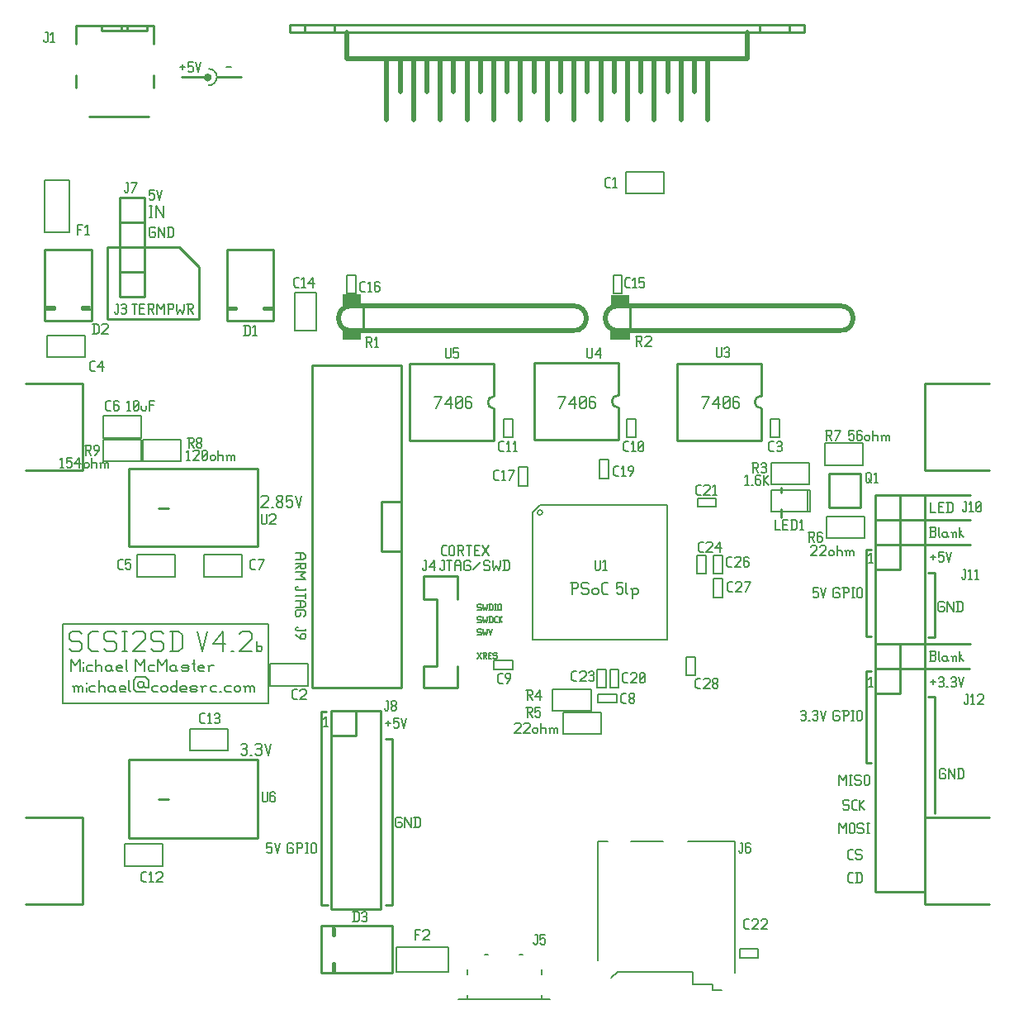
<source format=gto>
G04 start of page 13 for group -4079 idx -4079 *
G04 Title: (unknown), topsilk *
G04 Creator: pcb 20140316 *
G04 CreationDate: Sun 31 Aug 2014 13:13:00 GMT UTC *
G04 For: michael *
G04 Format: Gerber/RS-274X *
G04 PCB-Dimensions (mil): 3930.00 3937.00 *
G04 PCB-Coordinate-Origin: lower left *
%MOIN*%
%FSLAX25Y25*%
%LNTOPSILK*%
%ADD183C,0.0200*%
%ADD182C,0.0080*%
%ADD181C,0.0060*%
%ADD180C,0.0100*%
%ADD179C,0.0001*%
G54D179*G36*
X130000Y284600D02*X137500D01*
Y279600D01*
X130000D01*
Y284600D01*
G37*
G36*
X238300Y284200D02*X245800D01*
Y279200D01*
X238300D01*
Y284200D01*
G37*
G36*
X130000Y270200D02*X137500D01*
Y266200D01*
X130000D01*
Y270200D01*
G37*
G36*
X238000D02*X246000D01*
Y266200D01*
X238000D01*
Y270200D01*
G37*
G36*
X74500Y372900D02*X75100Y373300D01*
X76100D01*
X76900Y372800D01*
X76800Y371700D01*
X76300Y370900D01*
X75100Y370800D01*
X74400Y371600D01*
X74500Y372900D01*
G37*
G54D180*X391000Y248700D02*X365000D01*
Y213700D01*
X391000D01*
X362500Y203700D02*X383500D01*
X363500Y193700D02*X383500D01*
X2000Y248700D02*X25000D01*
Y213700D01*
X35000Y303700D02*Y274700D01*
X72000D01*
Y295700D01*
X64000Y303700D01*
X35000D01*
X75500Y372200D02*X65000D01*
X79500D02*X89000D01*
X391000Y73700D02*X365000D01*
Y38700D01*
X391000D02*X365000D01*
X364500Y183700D02*X383500D01*
X366500Y172200D02*X369000D01*
Y146200D01*
X364500Y143700D02*X383500D01*
X365000Y133700D02*X383000D01*
X366500Y122200D02*X369000D01*
Y75200D01*
Y146200D02*X366500D01*
X341500Y172700D02*Y146700D01*
X343500D01*
X341500Y171200D02*Y181700D01*
X343500D01*
Y132700D02*X341500D01*
Y95700D01*
X343500D01*
X25000Y213700D02*X2000D01*
X307000Y198100D02*Y194700D01*
Y204700D02*Y206800D01*
X2000Y38700D02*X25000D01*
Y73700D01*
X2000D01*
X147500Y105200D02*X150000D01*
Y38200D01*
X147500D01*
X123500Y116200D02*X121500D01*
Y38200D01*
X124000D01*
G54D181*X17000Y151700D02*Y119700D01*
X100000D01*
Y151700D01*
X17000D01*
X76900Y372100D02*G75*G03X75600Y373400I-1300J0D01*G01*
X76900Y372100D02*G75*G02X75600Y370800I-1300J0D01*G01*
G75*G02X74300Y372100I0J1300D01*G01*
G75*G02X75600Y373400I1300J0D01*G01*
X76000Y375600D02*G75*G02X79300Y372300I0J-3300D01*G01*
G75*G02X75900Y368900I-3400J0D01*G01*
X170200Y177200D02*X171000D01*
Y173700D01*
X170500Y173200D02*X171000Y173700D01*
X170000Y173200D02*X170500D01*
X169500Y173700D02*X170000Y173200D01*
X169500Y174200D02*Y173700D01*
X172200Y177200D02*X174200D01*
X173200D02*Y173200D01*
X175400Y176200D02*Y173200D01*
Y176200D02*X176100Y177200D01*
X177200D01*
X177900Y176200D01*
Y173200D01*
X175400Y175200D02*X177900D01*
X181100Y177200D02*X181600Y176700D01*
X179600Y177200D02*X181100D01*
X179100Y176700D02*X179600Y177200D01*
X179100Y176700D02*Y173700D01*
X179600Y173200D01*
X181100D01*
X181600Y173700D01*
Y174700D02*Y173700D01*
X181100Y175200D02*X181600Y174700D01*
X180100Y175200D02*X181100D01*
X182800Y173700D02*X185800Y176700D01*
X189000Y177200D02*X189500Y176700D01*
X187500Y177200D02*X189000D01*
X187000Y176700D02*X187500Y177200D01*
X187000Y176700D02*Y175700D01*
X187500Y175200D01*
X189000D01*
X189500Y174700D01*
Y173700D01*
X189000Y173200D02*X189500Y173700D01*
X187500Y173200D02*X189000D01*
X187000Y173700D02*X187500Y173200D01*
X190700Y177200D02*Y175200D01*
X191200Y173200D01*
X192200Y175200D01*
X193200Y173200D01*
X193700Y175200D01*
Y177200D02*Y175200D01*
X195400Y177200D02*Y173200D01*
X196700Y177200D02*X197400Y176500D01*
Y173900D01*
X196700Y173200D02*X197400Y173900D01*
X194900Y173200D02*X196700D01*
X194900Y177200D02*X196700D01*
X111000Y180200D02*X114000D01*
X115000Y179500D01*
Y178400D01*
X114000Y177700D01*
X111000D02*X114000D01*
X113000Y180200D02*Y177700D01*
X115000Y176500D02*Y174500D01*
X114500Y174000D01*
X113500D02*X114500D01*
X113000Y174500D02*X113500Y174000D01*
X113000Y176000D02*Y174500D01*
X111000Y176000D02*X115000D01*
X113000Y175200D02*X111000Y174000D01*
Y172800D02*X115000D01*
X113000Y171300D01*
X115000Y169800D01*
X111000D02*X115000D01*
Y166100D02*Y165300D01*
X111500D02*X115000D01*
X111000Y165800D02*X111500Y165300D01*
X111000Y166300D02*Y165800D01*
X111500Y166800D02*X111000Y166300D01*
X111500Y166800D02*X112000D01*
X115000Y164100D02*Y162100D01*
X111000Y163100D02*X115000D01*
X111000Y160900D02*X114000D01*
X115000Y160200D01*
Y159100D01*
X114000Y158400D01*
X111000D02*X114000D01*
X113000Y160900D02*Y158400D01*
X115000Y155200D02*X114500Y154700D01*
X115000Y156700D02*Y155200D01*
X114500Y157200D02*X115000Y156700D01*
X111500Y157200D02*X114500D01*
X111500D02*X111000Y156700D01*
Y155200D01*
X111500Y154700D01*
X112500D01*
X113000Y155200D02*X112500Y154700D01*
X113000Y156200D02*Y155200D01*
X170700Y179200D02*X172000D01*
X170000Y179900D02*X170700Y179200D01*
X170000Y182500D02*Y179900D01*
Y182500D02*X170700Y183200D01*
X172000D01*
X173200Y182700D02*Y179700D01*
Y182700D02*X173700Y183200D01*
X174700D01*
X175200Y182700D01*
Y179700D01*
X174700Y179200D02*X175200Y179700D01*
X173700Y179200D02*X174700D01*
X173200Y179700D02*X173700Y179200D01*
X176400Y183200D02*X178400D01*
X178900Y182700D01*
Y181700D01*
X178400Y181200D02*X178900Y181700D01*
X176900Y181200D02*X178400D01*
X176900Y183200D02*Y179200D01*
X177700Y181200D02*X178900Y179200D01*
X180100Y183200D02*X182100D01*
X181100D02*Y179200D01*
X183300Y181400D02*X184800D01*
X183300Y179200D02*X185300D01*
X183300Y183200D02*Y179200D01*
Y183200D02*X185300D01*
X186500Y179200D02*X189000Y183200D01*
X186500D02*X189000Y179200D01*
X185700Y159600D02*X186000Y159300D01*
X184800Y159600D02*X185700D01*
X184500Y159300D02*X184800Y159600D01*
X184500Y159300D02*Y158700D01*
X184800Y158400D01*
X185700D01*
X186000Y158100D01*
Y157500D01*
X185700Y157200D02*X186000Y157500D01*
X184800Y157200D02*X185700D01*
X184500Y157500D02*X184800Y157200D01*
X186720Y159600D02*Y158400D01*
X187020Y157200D01*
X187620Y158400D01*
X188220Y157200D01*
X188520Y158400D01*
Y159600D02*Y158400D01*
X189540Y159600D02*Y157200D01*
X190320Y159600D02*X190740Y159180D01*
Y157620D01*
X190320Y157200D02*X190740Y157620D01*
X189240Y157200D02*X190320D01*
X189240Y159600D02*X190320D01*
X191460D02*X192060D01*
X191760D02*Y157200D01*
X191460D02*X192060D01*
X192780Y159300D02*Y157500D01*
Y159300D02*X193080Y159600D01*
X193680D01*
X193980Y159300D01*
Y157500D01*
X193680Y157200D02*X193980Y157500D01*
X193080Y157200D02*X193680D01*
X192780Y157500D02*X193080Y157200D01*
X222600Y168500D02*Y163700D01*
X222000Y168500D02*X224400D01*
X225000Y167900D01*
Y166700D01*
X224400Y166100D02*X225000Y166700D01*
X222600Y166100D02*X224400D01*
X228840Y168500D02*X229440Y167900D01*
X227040Y168500D02*X228840D01*
X226440Y167900D02*X227040Y168500D01*
X226440Y167900D02*Y166700D01*
X227040Y166100D01*
X228840D01*
X229440Y165500D01*
Y164300D01*
X228840Y163700D02*X229440Y164300D01*
X227040Y163700D02*X228840D01*
X226440Y164300D02*X227040Y163700D01*
X230880Y165500D02*Y164300D01*
Y165500D02*X231480Y166100D01*
X232680D01*
X233280Y165500D01*
Y164300D01*
X232680Y163700D02*X233280Y164300D01*
X231480Y163700D02*X232680D01*
X230880Y164300D02*X231480Y163700D01*
X235560D02*X237120D01*
X234720Y164540D02*X235560Y163700D01*
X234720Y167660D02*Y164540D01*
Y167660D02*X235560Y168500D01*
X237120D01*
X240720D02*X243120D01*
X240720D02*Y166100D01*
X241320Y166700D01*
X242520D01*
X243120Y166100D01*
Y164300D01*
X242520Y163700D02*X243120Y164300D01*
X241320Y163700D02*X242520D01*
X240720Y164300D02*X241320Y163700D01*
X244560Y168500D02*Y164300D01*
X245160Y163700D01*
X246960Y165500D02*Y161900D01*
X246360Y166100D02*X246960Y165500D01*
X247560Y166100D01*
X248760D01*
X249360Y165500D01*
Y164300D01*
X248760Y163700D02*X249360Y164300D01*
X247560Y163700D02*X248760D01*
X246960Y164300D02*X247560Y163700D01*
X97000Y202900D02*X97600Y203500D01*
X99400D01*
X100000Y202900D01*
Y201700D01*
X97000Y198700D02*X100000Y201700D01*
X97000Y198700D02*X100000D01*
X101440D02*X102040D01*
X103480Y199300D02*X104080Y198700D01*
X103480Y200260D02*Y199300D01*
Y200260D02*X104320Y201100D01*
X105040D01*
X105880Y200260D01*
Y199300D01*
X105280Y198700D02*X105880Y199300D01*
X104080Y198700D02*X105280D01*
X103480Y201940D02*X104320Y201100D01*
X103480Y202900D02*Y201940D01*
Y202900D02*X104080Y203500D01*
X105280D01*
X105880Y202900D01*
Y201940D01*
X105040Y201100D02*X105880Y201940D01*
X107320Y203500D02*X109720D01*
X107320D02*Y201100D01*
X107920Y201700D01*
X109120D01*
X109720Y201100D01*
Y199300D01*
X109120Y198700D02*X109720Y199300D01*
X107920Y198700D02*X109120D01*
X107320Y199300D02*X107920Y198700D01*
X111160Y203500D02*X112360Y198700D01*
X113560Y203500D01*
X52000Y326700D02*X54000D01*
X52000D02*Y324700D01*
X52500Y325200D01*
X53500D01*
X54000Y324700D01*
Y323200D01*
X53500Y322700D02*X54000Y323200D01*
X52500Y322700D02*X53500D01*
X52000Y323200D02*X52500Y322700D01*
X55200Y326700D02*X56200Y322700D01*
X57200Y326700D01*
X52000Y320500D02*X53200D01*
X52600D02*Y315700D01*
X52000D02*X53200D01*
X54640Y320500D02*Y315700D01*
Y320500D02*X57640Y315700D01*
Y320500D02*Y315700D01*
X54000Y311700D02*X54500Y311200D01*
X52500Y311700D02*X54000D01*
X52000Y311200D02*X52500Y311700D01*
X52000Y311200D02*Y308200D01*
X52500Y307700D01*
X54000D01*
X54500Y308200D01*
Y309200D02*Y308200D01*
X54000Y309700D02*X54500Y309200D01*
X53000Y309700D02*X54000D01*
X55700Y311700D02*Y307700D01*
Y311700D02*X58200Y307700D01*
Y311700D02*Y307700D01*
X59900Y311700D02*Y307700D01*
X61200Y311700D02*X61900Y311000D01*
Y308400D01*
X61200Y307700D02*X61900Y308400D01*
X59400Y307700D02*X61200D01*
X59400Y311700D02*X61200D01*
X67000Y220900D02*X67800Y221700D01*
Y217700D01*
X67000D02*X68500D01*
X69700Y221200D02*X70200Y221700D01*
X71700D01*
X72200Y221200D01*
Y220200D01*
X69700Y217700D02*X72200Y220200D01*
X69700Y217700D02*X72200D01*
X73400Y218200D02*X73900Y217700D01*
X73400Y221200D02*Y218200D01*
Y221200D02*X73900Y221700D01*
X74900D01*
X75400Y221200D01*
Y218200D01*
X74900Y217700D02*X75400Y218200D01*
X73900Y217700D02*X74900D01*
X73400Y218700D02*X75400Y220700D01*
X76600Y219200D02*Y218200D01*
Y219200D02*X77100Y219700D01*
X78100D01*
X78600Y219200D01*
Y218200D01*
X78100Y217700D02*X78600Y218200D01*
X77100Y217700D02*X78100D01*
X76600Y218200D02*X77100Y217700D01*
X79800Y221700D02*Y217700D01*
Y219200D02*X80300Y219700D01*
X81300D01*
X81800Y219200D01*
Y217700D01*
X83500Y219200D02*Y217700D01*
Y219200D02*X84000Y219700D01*
X84500D01*
X85000Y219200D01*
Y217700D01*
Y219200D02*X85500Y219700D01*
X86000D01*
X86500Y219200D01*
Y217700D01*
X83000Y219700D02*X83500Y219200D01*
X16000Y217900D02*X16800Y218700D01*
Y214700D01*
X16000D02*X17500D01*
X18700Y218700D02*X20700D01*
X18700D02*Y216700D01*
X19200Y217200D01*
X20200D01*
X20700Y216700D01*
Y215200D01*
X20200Y214700D02*X20700Y215200D01*
X19200Y214700D02*X20200D01*
X18700Y215200D02*X19200Y214700D01*
X21900Y216200D02*X23900Y218700D01*
X21900Y216200D02*X24400D01*
X23900Y218700D02*Y214700D01*
X25600Y216200D02*Y215200D01*
Y216200D02*X26100Y216700D01*
X27100D01*
X27600Y216200D01*
Y215200D01*
X27100Y214700D02*X27600Y215200D01*
X26100Y214700D02*X27100D01*
X25600Y215200D02*X26100Y214700D01*
X28800Y218700D02*Y214700D01*
Y216200D02*X29300Y216700D01*
X30300D01*
X30800Y216200D01*
Y214700D01*
X32500Y216200D02*Y214700D01*
Y216200D02*X33000Y216700D01*
X33500D01*
X34000Y216200D01*
Y214700D01*
Y216200D02*X34500Y216700D01*
X35000D01*
X35500Y216200D01*
Y214700D01*
X32000Y216700D02*X32500Y216200D01*
X45000Y280700D02*X47000D01*
X46000D02*Y276700D01*
X48200Y278900D02*X49700D01*
X48200Y276700D02*X50200D01*
X48200Y280700D02*Y276700D01*
Y280700D02*X50200D01*
X51400D02*X53400D01*
X53900Y280200D01*
Y279200D01*
X53400Y278700D02*X53900Y279200D01*
X51900Y278700D02*X53400D01*
X51900Y280700D02*Y276700D01*
X52700Y278700D02*X53900Y276700D01*
X55100Y280700D02*Y276700D01*
Y280700D02*X56600Y278700D01*
X58100Y280700D01*
Y276700D01*
X59800Y280700D02*Y276700D01*
X59300Y280700D02*X61300D01*
X61800Y280200D01*
Y279200D01*
X61300Y278700D02*X61800Y279200D01*
X59800Y278700D02*X61300D01*
X63000Y280700D02*Y278700D01*
X63500Y276700D01*
X64500Y278700D01*
X65500Y276700D01*
X66000Y278700D01*
Y280700D02*Y278700D01*
X67200Y280700D02*X69200D01*
X69700Y280200D01*
Y279200D01*
X69200Y278700D02*X69700Y279200D01*
X67700Y278700D02*X69200D01*
X67700Y280700D02*Y276700D01*
X68500Y278700D02*X69700Y276700D01*
X167600Y238700D02*X170000Y243500D01*
X167000D02*X170000D01*
X171440Y240500D02*X173840Y243500D01*
X171440Y240500D02*X174440D01*
X173840Y243500D02*Y238700D01*
X175880Y239300D02*X176480Y238700D01*
X175880Y242900D02*Y239300D01*
Y242900D02*X176480Y243500D01*
X177680D01*
X178280Y242900D01*
Y239300D01*
X177680Y238700D02*X178280Y239300D01*
X176480Y238700D02*X177680D01*
X175880Y239900D02*X178280Y242300D01*
X181520Y243500D02*X182120Y242900D01*
X180320Y243500D02*X181520D01*
X179720Y242900D02*X180320Y243500D01*
X179720Y242900D02*Y239300D01*
X180320Y238700D01*
X181520Y241340D02*X182120Y240740D01*
X179720Y241340D02*X181520D01*
X180320Y238700D02*X181520D01*
X182120Y239300D01*
Y240740D02*Y239300D01*
X217600Y238700D02*X220000Y243500D01*
X217000D02*X220000D01*
X221440Y240500D02*X223840Y243500D01*
X221440Y240500D02*X224440D01*
X223840Y243500D02*Y238700D01*
X225880Y239300D02*X226480Y238700D01*
X225880Y242900D02*Y239300D01*
Y242900D02*X226480Y243500D01*
X227680D01*
X228280Y242900D01*
Y239300D01*
X227680Y238700D02*X228280Y239300D01*
X226480Y238700D02*X227680D01*
X225880Y239900D02*X228280Y242300D01*
X231520Y243500D02*X232120Y242900D01*
X230320Y243500D02*X231520D01*
X229720Y242900D02*X230320Y243500D01*
X229720Y242900D02*Y239300D01*
X230320Y238700D01*
X231520Y241340D02*X232120Y240740D01*
X229720Y241340D02*X231520D01*
X230320Y238700D02*X231520D01*
X232120Y239300D01*
Y240740D02*Y239300D01*
X43000Y240900D02*X43800Y241700D01*
Y237700D01*
X43000D02*X44500D01*
X45700Y238200D02*X46200Y237700D01*
X45700Y241200D02*Y238200D01*
Y241200D02*X46200Y241700D01*
X47200D01*
X47700Y241200D01*
Y238200D01*
X47200Y237700D02*X47700Y238200D01*
X46200Y237700D02*X47200D01*
X45700Y238700D02*X47700Y240700D01*
X48900Y239700D02*Y238200D01*
X49400Y237700D01*
X50400D01*
X50900Y238200D01*
Y239700D02*Y238200D01*
X52100Y241700D02*Y237700D01*
Y241700D02*X54100D01*
X52100Y239900D02*X53600D01*
X64500Y376200D02*X66500D01*
X65500Y377200D02*Y375200D01*
X67700Y378200D02*X69700D01*
X67700D02*Y376200D01*
X68200Y376700D01*
X69200D01*
X69700Y376200D01*
Y374700D01*
X69200Y374200D02*X69700Y374700D01*
X68200Y374200D02*X69200D01*
X67700Y374700D02*X68200Y374200D01*
X70900Y378200D02*X71900Y374200D01*
X72900Y378200D01*
X83000Y376200D02*X85000D01*
X367500Y200700D02*Y196700D01*
X369500D01*
X370700Y198900D02*X372200D01*
X370700Y196700D02*X372700D01*
X370700Y200700D02*Y196700D01*
Y200700D02*X372700D01*
X374400D02*Y196700D01*
X375700Y200700D02*X376400Y200000D01*
Y197400D01*
X375700Y196700D02*X376400Y197400D01*
X373900Y196700D02*X375700D01*
X373900Y200700D02*X375700D01*
X367000Y186700D02*X369000D01*
X369500Y187200D01*
Y188400D02*Y187200D01*
X369000Y188900D02*X369500Y188400D01*
X367500Y188900D02*X369000D01*
X367500Y190700D02*Y186700D01*
X367000Y190700D02*X369000D01*
X369500Y190200D01*
Y189400D01*
X369000Y188900D02*X369500Y189400D01*
X370700Y190700D02*Y187200D01*
X371200Y186700D01*
X373700Y188700D02*X374200Y188200D01*
X372700Y188700D02*X373700D01*
X372200Y188200D02*X372700Y188700D01*
X372200Y188200D02*Y187200D01*
X372700Y186700D01*
X374200Y188700D02*Y187200D01*
X374700Y186700D01*
X372700D02*X373700D01*
X374200Y187200D01*
X376400Y188200D02*Y186700D01*
Y188200D02*X376900Y188700D01*
X377400D01*
X377900Y188200D01*
Y186700D01*
X375900Y188700D02*X376400Y188200D01*
X379100Y190700D02*Y186700D01*
Y188200D02*X380600Y186700D01*
X379100Y188200D02*X380100Y189200D01*
X367500Y178700D02*X369500D01*
X368500Y179700D02*Y177700D01*
X370700Y180700D02*X372700D01*
X370700D02*Y178700D01*
X371200Y179200D01*
X372200D01*
X372700Y178700D01*
Y177200D01*
X372200Y176700D02*X372700Y177200D01*
X371200Y176700D02*X372200D01*
X370700Y177200D02*X371200Y176700D01*
X373900Y180700D02*X374900Y176700D01*
X375900Y180700D01*
X342500Y179400D02*X343300Y180200D01*
Y176200D01*
X342500D02*X344000D01*
X373000Y93200D02*X373500Y92700D01*
X371500Y93200D02*X373000D01*
X371000Y92700D02*X371500Y93200D01*
X371000Y92700D02*Y89700D01*
X371500Y89200D01*
X373000D01*
X373500Y89700D01*
Y90700D02*Y89700D01*
X373000Y91200D02*X373500Y90700D01*
X372000Y91200D02*X373000D01*
X374700Y93200D02*Y89200D01*
Y93200D02*X377200Y89200D01*
Y93200D02*Y89200D01*
X378900Y93200D02*Y89200D01*
X380200Y93200D02*X380900Y92500D01*
Y89900D01*
X380200Y89200D02*X380900Y89900D01*
X378400Y89200D02*X380200D01*
X378400Y93200D02*X380200D01*
X330500Y90700D02*Y86700D01*
Y90700D02*X332000Y88700D01*
X333500Y90700D01*
Y86700D01*
X334700Y90700D02*X335700D01*
X335200D02*Y86700D01*
X334700D02*X335700D01*
X338900Y90700D02*X339400Y90200D01*
X337400Y90700D02*X338900D01*
X336900Y90200D02*X337400Y90700D01*
X336900Y90200D02*Y89200D01*
X337400Y88700D01*
X338900D01*
X339400Y88200D01*
Y87200D01*
X338900Y86700D02*X339400Y87200D01*
X337400Y86700D02*X338900D01*
X336900Y87200D02*X337400Y86700D01*
X340600Y90200D02*Y87200D01*
Y90200D02*X341100Y90700D01*
X342100D01*
X342600Y90200D01*
Y87200D01*
X342100Y86700D02*X342600Y87200D01*
X341100Y86700D02*X342100D01*
X340600Y87200D02*X341100Y86700D01*
X334000Y80700D02*X334500Y80200D01*
X332500Y80700D02*X334000D01*
X332000Y80200D02*X332500Y80700D01*
X332000Y80200D02*Y79200D01*
X332500Y78700D01*
X334000D01*
X334500Y78200D01*
Y77200D01*
X334000Y76700D02*X334500Y77200D01*
X332500Y76700D02*X334000D01*
X332000Y77200D02*X332500Y76700D01*
X336400D02*X337700D01*
X335700Y77400D02*X336400Y76700D01*
X335700Y80000D02*Y77400D01*
Y80000D02*X336400Y80700D01*
X337700D01*
X338900D02*Y76700D01*
Y78700D02*X340900Y80700D01*
X338900Y78700D02*X340900Y76700D01*
X330500Y71200D02*Y67200D01*
Y71200D02*X332000Y69200D01*
X333500Y71200D01*
Y67200D01*
X334700Y70700D02*Y67700D01*
Y70700D02*X335200Y71200D01*
X336200D01*
X336700Y70700D01*
Y67700D01*
X336200Y67200D02*X336700Y67700D01*
X335200Y67200D02*X336200D01*
X334700Y67700D02*X335200Y67200D01*
X339900Y71200D02*X340400Y70700D01*
X338400Y71200D02*X339900D01*
X337900Y70700D02*X338400Y71200D01*
X337900Y70700D02*Y69700D01*
X338400Y69200D01*
X339900D01*
X340400Y68700D01*
Y67700D01*
X339900Y67200D02*X340400Y67700D01*
X338400Y67200D02*X339900D01*
X337900Y67700D02*X338400Y67200D01*
X341600Y71200D02*X342600D01*
X342100D02*Y67200D01*
X341600D02*X342600D01*
X334700Y56700D02*X336000D01*
X334000Y57400D02*X334700Y56700D01*
X334000Y60000D02*Y57400D01*
Y60000D02*X334700Y60700D01*
X336000D01*
X339200D02*X339700Y60200D01*
X337700Y60700D02*X339200D01*
X337200Y60200D02*X337700Y60700D01*
X337200Y60200D02*Y59200D01*
X337700Y58700D01*
X339200D01*
X339700Y58200D01*
Y57200D01*
X339200Y56700D02*X339700Y57200D01*
X337700Y56700D02*X339200D01*
X337200Y57200D02*X337700Y56700D01*
X334700Y47200D02*X336000D01*
X334000Y47900D02*X334700Y47200D01*
X334000Y50500D02*Y47900D01*
Y50500D02*X334700Y51200D01*
X336000D01*
X337700D02*Y47200D01*
X339000Y51200D02*X339700Y50500D01*
Y47900D01*
X339000Y47200D02*X339700Y47900D01*
X337200Y47200D02*X339000D01*
X337200Y51200D02*X339000D01*
X367500Y128200D02*X369500D01*
X368500Y129200D02*Y127200D01*
X370700Y129700D02*X371200Y130200D01*
X372200D01*
X372700Y129700D01*
X372200Y126200D02*X372700Y126700D01*
X371200Y126200D02*X372200D01*
X370700Y126700D02*X371200Y126200D01*
Y128400D02*X372200D01*
X372700Y129700D02*Y128900D01*
Y127900D02*Y126700D01*
Y127900D02*X372200Y128400D01*
X372700Y128900D02*X372200Y128400D01*
X373900Y126200D02*X374400D01*
X375600Y129700D02*X376100Y130200D01*
X377100D01*
X377600Y129700D01*
X377100Y126200D02*X377600Y126700D01*
X376100Y126200D02*X377100D01*
X375600Y126700D02*X376100Y126200D01*
Y128400D02*X377100D01*
X377600Y129700D02*Y128900D01*
Y127900D02*Y126700D01*
Y127900D02*X377100Y128400D01*
X377600Y128900D02*X377100Y128400D01*
X378800Y130200D02*X379800Y126200D01*
X380800Y130200D01*
X367000Y136700D02*X369000D01*
X369500Y137200D01*
Y138400D02*Y137200D01*
X369000Y138900D02*X369500Y138400D01*
X367500Y138900D02*X369000D01*
X367500Y140700D02*Y136700D01*
X367000Y140700D02*X369000D01*
X369500Y140200D01*
Y139400D01*
X369000Y138900D02*X369500Y139400D01*
X370700Y140700D02*Y137200D01*
X371200Y136700D01*
X373700Y138700D02*X374200Y138200D01*
X372700Y138700D02*X373700D01*
X372200Y138200D02*X372700Y138700D01*
X372200Y138200D02*Y137200D01*
X372700Y136700D01*
X374200Y138700D02*Y137200D01*
X374700Y136700D01*
X372700D02*X373700D01*
X374200Y137200D01*
X376400Y138200D02*Y136700D01*
Y138200D02*X376900Y138700D01*
X377400D01*
X377900Y138200D01*
Y136700D01*
X375900Y138700D02*X376400Y138200D01*
X379100Y140700D02*Y136700D01*
Y138200D02*X380600Y136700D01*
X379100Y138200D02*X380100Y139200D01*
X372500Y160700D02*X373000Y160200D01*
X371000Y160700D02*X372500D01*
X370500Y160200D02*X371000Y160700D01*
X370500Y160200D02*Y157200D01*
X371000Y156700D01*
X372500D01*
X373000Y157200D01*
Y158200D02*Y157200D01*
X372500Y158700D02*X373000Y158200D01*
X371500Y158700D02*X372500D01*
X374200Y160700D02*Y156700D01*
Y160700D02*X376700Y156700D01*
Y160700D02*Y156700D01*
X378400Y160700D02*Y156700D01*
X379700Y160700D02*X380400Y160000D01*
Y157400D01*
X379700Y156700D02*X380400Y157400D01*
X377900Y156700D02*X379700D01*
X377900Y160700D02*X379700D01*
X342500Y129400D02*X343300Y130200D01*
Y126200D01*
X342500D02*X344000D01*
X320000Y166200D02*X322000D01*
X320000D02*Y164200D01*
X320500Y164700D01*
X321500D01*
X322000Y164200D01*
Y162700D01*
X321500Y162200D02*X322000Y162700D01*
X320500Y162200D02*X321500D01*
X320000Y162700D02*X320500Y162200D01*
X323200Y166200D02*X324200Y162200D01*
X325200Y166200D01*
X330200D02*X330700Y165700D01*
X328700Y166200D02*X330200D01*
X328200Y165700D02*X328700Y166200D01*
X328200Y165700D02*Y162700D01*
X328700Y162200D01*
X330200D01*
X330700Y162700D01*
Y163700D02*Y162700D01*
X330200Y164200D02*X330700Y163700D01*
X329200Y164200D02*X330200D01*
X332400Y166200D02*Y162200D01*
X331900Y166200D02*X333900D01*
X334400Y165700D01*
Y164700D01*
X333900Y164200D02*X334400Y164700D01*
X332400Y164200D02*X333900D01*
X335600Y166200D02*X336600D01*
X336100D02*Y162200D01*
X335600D02*X336600D01*
X337800Y165700D02*Y162700D01*
Y165700D02*X338300Y166200D01*
X339300D01*
X339800Y165700D01*
Y162700D01*
X339300Y162200D02*X339800Y162700D01*
X338300Y162200D02*X339300D01*
X337800Y162700D02*X338300Y162200D01*
X275600Y238700D02*X278000Y243500D01*
X275000D02*X278000D01*
X279440Y240500D02*X281840Y243500D01*
X279440Y240500D02*X282440D01*
X281840Y243500D02*Y238700D01*
X283880Y239300D02*X284480Y238700D01*
X283880Y242900D02*Y239300D01*
Y242900D02*X284480Y243500D01*
X285680D01*
X286280Y242900D01*
Y239300D01*
X285680Y238700D02*X286280Y239300D01*
X284480Y238700D02*X285680D01*
X283880Y239900D02*X286280Y242300D01*
X289520Y243500D02*X290120Y242900D01*
X288320Y243500D02*X289520D01*
X287720Y242900D02*X288320Y243500D01*
X287720Y242900D02*Y239300D01*
X288320Y238700D01*
X289520Y241340D02*X290120Y240740D01*
X287720Y241340D02*X289520D01*
X288320Y238700D02*X289520D01*
X290120Y239300D01*
Y240740D02*Y239300D01*
X334500Y229700D02*X336500D01*
X334500D02*Y227700D01*
X335000Y228200D01*
X336000D01*
X336500Y227700D01*
Y226200D01*
X336000Y225700D02*X336500Y226200D01*
X335000Y225700D02*X336000D01*
X334500Y226200D02*X335000Y225700D01*
X339200Y229700D02*X339700Y229200D01*
X338200Y229700D02*X339200D01*
X337700Y229200D02*X338200Y229700D01*
X337700Y229200D02*Y226200D01*
X338200Y225700D01*
X339200Y227900D02*X339700Y227400D01*
X337700Y227900D02*X339200D01*
X338200Y225700D02*X339200D01*
X339700Y226200D01*
Y227400D02*Y226200D01*
X340900Y227200D02*Y226200D01*
Y227200D02*X341400Y227700D01*
X342400D01*
X342900Y227200D01*
Y226200D01*
X342400Y225700D02*X342900Y226200D01*
X341400Y225700D02*X342400D01*
X340900Y226200D02*X341400Y225700D01*
X344100Y229700D02*Y225700D01*
Y227200D02*X344600Y227700D01*
X345600D01*
X346100Y227200D01*
Y225700D01*
X347800Y227200D02*Y225700D01*
Y227200D02*X348300Y227700D01*
X348800D01*
X349300Y227200D01*
Y225700D01*
Y227200D02*X349800Y227700D01*
X350300D01*
X350800Y227200D01*
Y225700D01*
X347300Y227700D02*X347800Y227200D01*
X319000Y182700D02*X319500Y183200D01*
X321000D01*
X321500Y182700D01*
Y181700D01*
X319000Y179200D02*X321500Y181700D01*
X319000Y179200D02*X321500D01*
X322700Y182700D02*X323200Y183200D01*
X324700D01*
X325200Y182700D01*
Y181700D01*
X322700Y179200D02*X325200Y181700D01*
X322700Y179200D02*X325200D01*
X326400Y180700D02*Y179700D01*
Y180700D02*X326900Y181200D01*
X327900D01*
X328400Y180700D01*
Y179700D01*
X327900Y179200D02*X328400Y179700D01*
X326900Y179200D02*X327900D01*
X326400Y179700D02*X326900Y179200D01*
X329600Y183200D02*Y179200D01*
Y180700D02*X330100Y181200D01*
X331100D01*
X331600Y180700D01*
Y179200D01*
X333300Y180700D02*Y179200D01*
Y180700D02*X333800Y181200D01*
X334300D01*
X334800Y180700D01*
Y179200D01*
Y180700D02*X335300Y181200D01*
X335800D01*
X336300Y180700D01*
Y179200D01*
X332800Y181200D02*X333300Y180700D01*
X292500Y210900D02*X293300Y211700D01*
Y207700D01*
X292500D02*X294000D01*
X295200D02*X295700D01*
X298400Y211700D02*X298900Y211200D01*
X297400Y211700D02*X298400D01*
X296900Y211200D02*X297400Y211700D01*
X296900Y211200D02*Y208200D01*
X297400Y207700D01*
X298400Y209900D02*X298900Y209400D01*
X296900Y209900D02*X298400D01*
X297400Y207700D02*X298400D01*
X298900Y208200D01*
Y209400D02*Y208200D01*
X300100Y211700D02*Y207700D01*
Y209700D02*X302100Y211700D01*
X300100Y209700D02*X302100Y207700D01*
X315000Y116200D02*X315500Y116700D01*
X316500D01*
X317000Y116200D01*
X316500Y112700D02*X317000Y113200D01*
X315500Y112700D02*X316500D01*
X315000Y113200D02*X315500Y112700D01*
Y114900D02*X316500D01*
X317000Y116200D02*Y115400D01*
Y114400D02*Y113200D01*
Y114400D02*X316500Y114900D01*
X317000Y115400D02*X316500Y114900D01*
X318200Y112700D02*X318700D01*
X319900Y116200D02*X320400Y116700D01*
X321400D01*
X321900Y116200D01*
X321400Y112700D02*X321900Y113200D01*
X320400Y112700D02*X321400D01*
X319900Y113200D02*X320400Y112700D01*
Y114900D02*X321400D01*
X321900Y116200D02*Y115400D01*
Y114400D02*Y113200D01*
Y114400D02*X321400Y114900D01*
X321900Y115400D02*X321400Y114900D01*
X323100Y116700D02*X324100Y112700D01*
X325100Y116700D01*
X330100D02*X330600Y116200D01*
X328600Y116700D02*X330100D01*
X328100Y116200D02*X328600Y116700D01*
X328100Y116200D02*Y113200D01*
X328600Y112700D01*
X330100D01*
X330600Y113200D01*
Y114200D02*Y113200D01*
X330100Y114700D02*X330600Y114200D01*
X329100Y114700D02*X330100D01*
X332300Y116700D02*Y112700D01*
X331800Y116700D02*X333800D01*
X334300Y116200D01*
Y115200D01*
X333800Y114700D02*X334300Y115200D01*
X332300Y114700D02*X333800D01*
X335500Y116700D02*X336500D01*
X336000D02*Y112700D01*
X335500D02*X336500D01*
X337700Y116200D02*Y113200D01*
Y116200D02*X338200Y116700D01*
X339200D01*
X339700Y116200D01*
Y113200D01*
X339200Y112700D02*X339700Y113200D01*
X338200Y112700D02*X339200D01*
X337700Y113200D02*X338200Y112700D01*
X184500Y137700D02*X186000Y140100D01*
X184500D02*X186000Y137700D01*
X186720Y140100D02*X187920D01*
X188220Y139800D01*
Y139200D01*
X187920Y138900D02*X188220Y139200D01*
X187020Y138900D02*X187920D01*
X187020Y140100D02*Y137700D01*
X187500Y138900D02*X188220Y137700D01*
X188940Y139020D02*X189840D01*
X188940Y137700D02*X190140D01*
X188940Y140100D02*Y137700D01*
Y140100D02*X190140D01*
X192060D02*X192360Y139800D01*
X191160Y140100D02*X192060D01*
X190860Y139800D02*X191160Y140100D01*
X190860Y139800D02*Y139200D01*
X191160Y138900D01*
X192060D01*
X192360Y138600D01*
Y138000D01*
X192060Y137700D02*X192360Y138000D01*
X191160Y137700D02*X192060D01*
X190860Y138000D02*X191160Y137700D01*
X147500Y111700D02*X149500D01*
X148500Y112700D02*Y110700D01*
X150700Y113700D02*X152700D01*
X150700D02*Y111700D01*
X151200Y112200D01*
X152200D01*
X152700Y111700D01*
Y110200D01*
X152200Y109700D02*X152700Y110200D01*
X151200Y109700D02*X152200D01*
X150700Y110200D02*X151200Y109700D01*
X153900Y113700D02*X154900Y109700D01*
X155900Y113700D01*
X122500Y113400D02*X123300Y114200D01*
Y110200D01*
X122500D02*X124000D01*
X89000Y102900D02*X89600Y103500D01*
X90800D01*
X91400Y102900D01*
X90800Y98700D02*X91400Y99300D01*
X89600Y98700D02*X90800D01*
X89000Y99300D02*X89600Y98700D01*
Y101340D02*X90800D01*
X91400Y102900D02*Y101940D01*
Y100740D02*Y99300D01*
Y100740D02*X90800Y101340D01*
X91400Y101940D02*X90800Y101340D01*
X92840Y98700D02*X93440D01*
X94880Y102900D02*X95480Y103500D01*
X96680D01*
X97280Y102900D01*
X96680Y98700D02*X97280Y99300D01*
X95480Y98700D02*X96680D01*
X94880Y99300D02*X95480Y98700D01*
Y101340D02*X96680D01*
X97280Y102900D02*Y101940D01*
Y100740D02*Y99300D01*
Y100740D02*X96680Y101340D01*
X97280Y101940D02*X96680Y101340D01*
X98720Y103500D02*X99920Y98700D01*
X101120Y103500D01*
X185700Y149600D02*X186000Y149300D01*
X184800Y149600D02*X185700D01*
X184500Y149300D02*X184800Y149600D01*
X184500Y149300D02*Y148700D01*
X184800Y148400D01*
X185700D01*
X186000Y148100D01*
Y147500D01*
X185700Y147200D02*X186000Y147500D01*
X184800Y147200D02*X185700D01*
X184500Y147500D02*X184800Y147200D01*
X186720Y149600D02*Y148400D01*
X187020Y147200D01*
X187620Y148400D01*
X188220Y147200D01*
X188520Y148400D01*
Y149600D02*Y148400D01*
X189240Y149600D02*X189840Y147200D01*
X190440Y149600D01*
X185700Y154600D02*X186000Y154300D01*
X184800Y154600D02*X185700D01*
X184500Y154300D02*X184800Y154600D01*
X184500Y154300D02*Y153700D01*
X184800Y153400D01*
X185700D01*
X186000Y153100D01*
Y152500D01*
X185700Y152200D02*X186000Y152500D01*
X184800Y152200D02*X185700D01*
X184500Y152500D02*X184800Y152200D01*
X186720Y154600D02*Y153400D01*
X187020Y152200D01*
X187620Y153400D01*
X188220Y152200D01*
X188520Y153400D01*
Y154600D02*Y153400D01*
X189540Y154600D02*Y152200D01*
X190320Y154600D02*X190740Y154180D01*
Y152620D01*
X190320Y152200D02*X190740Y152620D01*
X189240Y152200D02*X190320D01*
X189240Y154600D02*X190320D01*
X191880Y152200D02*X192660D01*
X191460Y152620D02*X191880Y152200D01*
X191460Y154180D02*Y152620D01*
Y154180D02*X191880Y154600D01*
X192660D01*
X193380D02*Y152200D01*
Y153400D02*X194580Y154600D01*
X193380Y153400D02*X194580Y152200D01*
X20400Y137500D02*Y132700D01*
Y137500D02*X22200Y135100D01*
X24000Y137500D01*
Y132700D01*
X25440Y136300D02*Y136180D01*
Y134500D02*Y132700D01*
X27240Y135100D02*X29040D01*
X26640Y134500D02*X27240Y135100D01*
X26640Y134500D02*Y133300D01*
X27240Y132700D01*
X29040D01*
X30480Y137500D02*Y132700D01*
Y134500D02*X31080Y135100D01*
X32280D01*
X32880Y134500D01*
Y132700D01*
X36120Y135100D02*X36720Y134500D01*
X34920Y135100D02*X36120D01*
X34320Y134500D02*X34920Y135100D01*
X34320Y134500D02*Y133300D01*
X34920Y132700D01*
X36720Y135100D02*Y133300D01*
X37320Y132700D01*
X34920D02*X36120D01*
X36720Y133300D01*
X39360Y132700D02*X41160D01*
X38760Y133300D02*X39360Y132700D01*
X38760Y134500D02*Y133300D01*
Y134500D02*X39360Y135100D01*
X40560D01*
X41160Y134500D01*
X38760Y133900D02*X41160D01*
Y134500D02*Y133900D01*
X42600Y137500D02*Y133300D01*
X43200Y132700D01*
X46560Y137500D02*Y132700D01*
Y137500D02*X48360Y135100D01*
X50160Y137500D01*
Y132700D01*
X52200Y135100D02*X54000D01*
X51600Y134500D02*X52200Y135100D01*
X51600Y134500D02*Y133300D01*
X52200Y132700D01*
X54000D01*
X55440Y137500D02*Y132700D01*
Y137500D02*X57240Y135100D01*
X59040Y137500D01*
Y132700D01*
X62280Y135100D02*X62880Y134500D01*
X61080Y135100D02*X62280D01*
X60480Y134500D02*X61080Y135100D01*
X60480Y134500D02*Y133300D01*
X61080Y132700D01*
X62880Y135100D02*Y133300D01*
X63480Y132700D01*
X61080D02*X62280D01*
X62880Y133300D01*
X65520Y132700D02*X67320D01*
X67920Y133300D01*
X67320Y133900D02*X67920Y133300D01*
X65520Y133900D02*X67320D01*
X64920Y134500D02*X65520Y133900D01*
X64920Y134500D02*X65520Y135100D01*
X67320D01*
X67920Y134500D01*
X64920Y133300D02*X65520Y132700D01*
X69960Y137500D02*Y133300D01*
X70560Y132700D01*
X69360Y135700D02*X70560D01*
X72360Y132700D02*X74160D01*
X71760Y133300D02*X72360Y132700D01*
X71760Y134500D02*Y133300D01*
Y134500D02*X72360Y135100D01*
X73560D01*
X74160Y134500D01*
X71760Y133900D02*X74160D01*
Y134500D02*Y133900D01*
X76200Y134500D02*Y132700D01*
Y134500D02*X76800Y135100D01*
X78000D01*
X75600D02*X76200Y134500D01*
X21600Y126100D02*Y124300D01*
Y126100D02*X22200Y126700D01*
X22800D01*
X23400Y126100D01*
Y124300D01*
Y126100D02*X24000Y126700D01*
X24600D01*
X25200Y126100D01*
Y124300D01*
X21000Y126700D02*X21600Y126100D01*
X26640Y127900D02*Y127780D01*
Y126100D02*Y124300D01*
X28440Y126700D02*X30240D01*
X27840Y126100D02*X28440Y126700D01*
X27840Y126100D02*Y124900D01*
X28440Y124300D01*
X30240D01*
X31680Y129100D02*Y124300D01*
Y126100D02*X32280Y126700D01*
X33480D01*
X34080Y126100D01*
Y124300D01*
X37320Y126700D02*X37920Y126100D01*
X36120Y126700D02*X37320D01*
X35520Y126100D02*X36120Y126700D01*
X35520Y126100D02*Y124900D01*
X36120Y124300D01*
X37920Y126700D02*Y124900D01*
X38520Y124300D01*
X36120D02*X37320D01*
X37920Y124900D01*
X40560Y124300D02*X42360D01*
X39960Y124900D02*X40560Y124300D01*
X39960Y126100D02*Y124900D01*
Y126100D02*X40560Y126700D01*
X41760D01*
X42360Y126100D01*
X39960Y125500D02*X42360D01*
Y126100D02*Y125500D01*
X43800Y129100D02*Y124900D01*
X44400Y124300D01*
X45600Y129100D02*Y125500D01*
X46800Y124300D01*
X50400D01*
X51600Y129100D02*Y126100D01*
Y129100D02*X50400Y130300D01*
X46800D02*X50400D01*
X46800D02*X45600Y129100D01*
X47400Y127900D02*Y126700D01*
X48000Y126100D01*
X49200D01*
X49800Y126700D01*
X50400Y126100D01*
X49800Y128500D02*Y126700D01*
Y127900D02*X49200Y128500D01*
X48000D02*X49200D01*
X48000D02*X47400Y127900D01*
X50400Y126100D02*X51600D01*
X53640Y126700D02*X55440D01*
X53040Y126100D02*X53640Y126700D01*
X53040Y126100D02*Y124900D01*
X53640Y124300D01*
X55440D01*
X56880Y126100D02*Y124900D01*
Y126100D02*X57480Y126700D01*
X58680D01*
X59280Y126100D01*
Y124900D01*
X58680Y124300D02*X59280Y124900D01*
X57480Y124300D02*X58680D01*
X56880Y124900D02*X57480Y124300D01*
X63120Y129100D02*Y124300D01*
X62520D02*X63120Y124900D01*
X61320Y124300D02*X62520D01*
X60720Y124900D02*X61320Y124300D01*
X60720Y126100D02*Y124900D01*
Y126100D02*X61320Y126700D01*
X62520D01*
X63120Y126100D01*
X65160Y124300D02*X66960D01*
X64560Y124900D02*X65160Y124300D01*
X64560Y126100D02*Y124900D01*
Y126100D02*X65160Y126700D01*
X66360D01*
X66960Y126100D01*
X64560Y125500D02*X66960D01*
Y126100D02*Y125500D01*
X69000Y124300D02*X70800D01*
X71400Y124900D01*
X70800Y125500D02*X71400Y124900D01*
X69000Y125500D02*X70800D01*
X68400Y126100D02*X69000Y125500D01*
X68400Y126100D02*X69000Y126700D01*
X70800D01*
X71400Y126100D01*
X68400Y124900D02*X69000Y124300D01*
X73440Y126100D02*Y124300D01*
Y126100D02*X74040Y126700D01*
X75240D01*
X72840D02*X73440Y126100D01*
X77280Y126700D02*X79080D01*
X76680Y126100D02*X77280Y126700D01*
X76680Y126100D02*Y124900D01*
X77280Y124300D01*
X79080D01*
X80520D02*X81120D01*
X83160Y126700D02*X84960D01*
X82560Y126100D02*X83160Y126700D01*
X82560Y126100D02*Y124900D01*
X83160Y124300D01*
X84960D01*
X86400Y126100D02*Y124900D01*
Y126100D02*X87000Y126700D01*
X88200D01*
X88800Y126100D01*
Y124900D01*
X88200Y124300D02*X88800Y124900D01*
X87000Y124300D02*X88200D01*
X86400Y124900D02*X87000Y124300D01*
X90840Y126100D02*Y124300D01*
Y126100D02*X91440Y126700D01*
X92040D01*
X92640Y126100D01*
Y124300D01*
Y126100D02*X93240Y126700D01*
X93840D01*
X94440Y126100D01*
Y124300D01*
X90240Y126700D02*X90840Y126100D01*
X95500Y144700D02*Y140700D01*
Y141200D02*X96000Y140700D01*
X97000D01*
X97500Y141200D01*
Y142200D02*Y141200D01*
X97000Y142700D02*X97500Y142200D01*
X96000Y142700D02*X97000D01*
X95500Y142200D02*X96000Y142700D01*
X153500Y73700D02*X154000Y73200D01*
X152000Y73700D02*X153500D01*
X151500Y73200D02*X152000Y73700D01*
X151500Y73200D02*Y70200D01*
X152000Y69700D01*
X153500D01*
X154000Y70200D01*
Y71200D02*Y70200D01*
X153500Y71700D02*X154000Y71200D01*
X152500Y71700D02*X153500D01*
X155200Y73700D02*Y69700D01*
Y73700D02*X157700Y69700D01*
Y73700D02*Y69700D01*
X159400Y73700D02*Y69700D01*
X160700Y73700D02*X161400Y73000D01*
Y70400D01*
X160700Y69700D02*X161400Y70400D01*
X158900Y69700D02*X160700D01*
X158900Y73700D02*X160700D01*
X99500Y63200D02*X101500D01*
X99500D02*Y61200D01*
X100000Y61700D01*
X101000D01*
X101500Y61200D01*
Y59700D01*
X101000Y59200D02*X101500Y59700D01*
X100000Y59200D02*X101000D01*
X99500Y59700D02*X100000Y59200D01*
X102700Y63200D02*X103700Y59200D01*
X104700Y63200D01*
X109700D02*X110200Y62700D01*
X108200Y63200D02*X109700D01*
X107700Y62700D02*X108200Y63200D01*
X107700Y62700D02*Y59700D01*
X108200Y59200D01*
X109700D01*
X110200Y59700D01*
Y60700D02*Y59700D01*
X109700Y61200D02*X110200Y60700D01*
X108700Y61200D02*X109700D01*
X111900Y63200D02*Y59200D01*
X111400Y63200D02*X113400D01*
X113900Y62700D01*
Y61700D01*
X113400Y61200D02*X113900Y61700D01*
X111900Y61200D02*X113400D01*
X115100Y63200D02*X116100D01*
X115600D02*Y59200D01*
X115100D02*X116100D01*
X117300Y62700D02*Y59700D01*
Y62700D02*X117800Y63200D01*
X118800D01*
X119300Y62700D01*
Y59700D01*
X118800Y59200D02*X119300Y59700D01*
X117800Y59200D02*X118800D01*
X117300Y59700D02*X117800Y59200D01*
X199500Y111200D02*X200000Y111700D01*
X201500D01*
X202000Y111200D01*
Y110200D01*
X199500Y107700D02*X202000Y110200D01*
X199500Y107700D02*X202000D01*
X203200Y111200D02*X203700Y111700D01*
X205200D01*
X205700Y111200D01*
Y110200D01*
X203200Y107700D02*X205700Y110200D01*
X203200Y107700D02*X205700D01*
X206900Y109200D02*Y108200D01*
Y109200D02*X207400Y109700D01*
X208400D01*
X208900Y109200D01*
Y108200D01*
X208400Y107700D02*X208900Y108200D01*
X207400Y107700D02*X208400D01*
X206900Y108200D02*X207400Y107700D01*
X210100Y111700D02*Y107700D01*
Y109200D02*X210600Y109700D01*
X211600D01*
X212100Y109200D01*
Y107700D01*
X213800Y109200D02*Y107700D01*
Y109200D02*X214300Y109700D01*
X214800D01*
X215300Y109200D01*
Y107700D01*
Y109200D02*X215800Y109700D01*
X216300D01*
X216800Y109200D01*
Y107700D01*
X213300Y109700D02*X213800Y109200D01*
G54D182*X23900Y148700D02*X24900Y147700D01*
X20900Y148700D02*X23900D01*
X19900Y147700D02*X20900Y148700D01*
X19900Y147700D02*Y145700D01*
X20900Y144700D01*
X23900D01*
X24900Y143700D01*
Y141700D01*
X23900Y140700D02*X24900Y141700D01*
X20900Y140700D02*X23900D01*
X19900Y141700D02*X20900Y140700D01*
X28700D02*X31300D01*
X27300Y142100D02*X28700Y140700D01*
X27300Y147300D02*Y142100D01*
Y147300D02*X28700Y148700D01*
X31300D01*
X37700D02*X38700Y147700D01*
X34700Y148700D02*X37700D01*
X33700Y147700D02*X34700Y148700D01*
X33700Y147700D02*Y145700D01*
X34700Y144700D01*
X37700D01*
X38700Y143700D01*
Y141700D01*
X37700Y140700D02*X38700Y141700D01*
X34700Y140700D02*X37700D01*
X33700Y141700D02*X34700Y140700D01*
X41100Y148700D02*X43100D01*
X42100D02*Y140700D01*
X41100D02*X43100D01*
X45500Y147700D02*X46500Y148700D01*
X49500D01*
X50500Y147700D01*
Y145700D01*
X45500Y140700D02*X50500Y145700D01*
X45500Y140700D02*X50500D01*
X56900Y148700D02*X57900Y147700D01*
X53900Y148700D02*X56900D01*
X52900Y147700D02*X53900Y148700D01*
X52900Y147700D02*Y145700D01*
X53900Y144700D01*
X56900D01*
X57900Y143700D01*
Y141700D01*
X56900Y140700D02*X57900Y141700D01*
X53900Y140700D02*X56900D01*
X52900Y141700D02*X53900Y140700D01*
X61300Y148700D02*Y140700D01*
X63900Y148700D02*X65300Y147300D01*
Y142100D01*
X63900Y140700D02*X65300Y142100D01*
X60300Y140700D02*X63900D01*
X60300Y148700D02*X63900D01*
X71300D02*X73300Y140700D01*
X75300Y148700D01*
X77700Y143700D02*X81700Y148700D01*
X77700Y143700D02*X82700D01*
X81700Y148700D02*Y140700D01*
X85100D02*X86100D01*
X88500Y147700D02*X89500Y148700D01*
X92500D01*
X93500Y147700D01*
Y145700D01*
X88500Y140700D02*X93500Y145700D01*
X88500Y140700D02*X93500D01*
G54D180*X125500Y116700D02*Y36700D01*
X145500D01*
Y116700D02*Y36700D01*
X125500Y116700D02*X145500D01*
X125500Y106700D02*X135500D01*
Y116700D02*Y106700D01*
G54D182*X218941Y116078D02*Y107278D01*
X234341D01*
Y116078D01*
X218941D01*
X214900Y125500D02*Y116700D01*
X230300D01*
Y125500D01*
X214900D01*
G54D180*X162628Y125941D02*X176428D01*
X162628Y170941D02*X176428D01*
Y161847D01*
X176434Y161841D01*
X176334Y134741D02*Y125941D01*
X162634Y170941D02*Y161841D01*
Y134641D02*Y125941D01*
Y161841D02*X168034D01*
Y134641D01*
X162634D02*X168034D01*
G54D181*X198709Y136971D02*Y133428D01*
X191229Y136971D02*X198709D01*
X191229D02*Y133428D01*
X198709D01*
X176721Y491D02*X213729D01*
X180264Y1869D02*Y491D01*
Y12499D02*Y10334D01*
X210382Y1869D02*Y491D01*
Y12499D02*Y10334D01*
X187547Y18208D02*X188729D01*
X201524D02*X202902D01*
G54D182*X172900Y21400D02*Y11400D01*
X151900Y21400D02*X172900D01*
X151900D02*Y11400D01*
X172900D01*
G54D180*X121362Y29952D02*Y11054D01*
X150102D01*
Y29952D02*Y11054D01*
X121362Y29952D02*X150102D01*
X126086D02*Y26015D01*
X126874D01*
Y29164D02*Y26015D01*
X126086Y14991D02*Y11054D01*
Y14991D02*X126874D01*
Y11841D01*
G54D182*X244300Y334100D02*Y325300D01*
X259700D01*
Y334100D01*
X244300D01*
G54D183*X241100Y270000D02*X331100D01*
X241100Y280000D02*X331100D01*
G54D180*X246100D02*Y270000D01*
G54D183*X241100Y280000D02*G75*G03X241100Y270000I0J-5000D01*G01*
X331100D02*G75*G03X331100Y280000I0J5000D01*G01*
G54D181*X239263Y284863D02*X242806D01*
Y292343D02*Y284863D01*
X239263Y292343D02*X242806D01*
X239263D02*Y284863D01*
X233728Y210428D02*X237271D01*
Y217908D02*Y210428D01*
X233728Y217908D02*X237271D01*
X233728D02*Y210428D01*
G54D182*X318600Y205800D02*Y197000D01*
X303200Y205800D02*X318600D01*
X303200D02*Y197000D01*
X318600D01*
X317600Y205800D02*Y197000D01*
G54D180*X326309Y212509D02*Y198609D01*
X339109D01*
Y212509D01*
X326309D01*
X265000Y256700D02*X299000D01*
X265000D02*Y225700D01*
X299000D01*
Y256700D02*Y243700D01*
Y238700D02*Y225700D01*
Y243700D02*G75*G03X299000Y238700I0J-2500D01*G01*
G54D181*X302728Y226928D02*X306271D01*
Y234408D02*Y226928D01*
X302728Y234408D02*X306271D01*
X302728D02*Y226928D01*
X244728D02*X248271D01*
Y234408D02*Y226928D01*
X244728Y234408D02*X248271D01*
X244728D02*Y226928D01*
G54D182*X318559Y216822D02*Y208022D01*
X303159Y216822D02*X318559D01*
X303159D02*Y208022D01*
X318559D01*
X324800Y224600D02*Y215800D01*
X340200D01*
Y224600D01*
X324800D01*
G54D180*X117647Y155939D02*X117600Y155892D01*
Y125900D01*
X153600D01*
Y255900D02*Y125900D01*
X117608Y255892D02*Y155900D01*
Y255892D02*X117600Y255900D01*
X153600D01*
X145600Y200900D02*X153600D01*
X145600D02*Y180900D01*
X153600D01*
G54D182*X100800Y135600D02*Y126800D01*
X116200D01*
Y135600D01*
X100800D01*
G54D180*X40000Y303700D02*X50000D01*
Y323700D02*Y303700D01*
X40000Y323700D02*X50000D01*
X40000D02*Y303700D01*
X50000Y313700D02*Y303700D01*
X40000Y313700D02*X50000D01*
G54D182*X10800Y268100D02*Y259300D01*
X26200D01*
Y268100D02*Y259300D01*
X10800Y268100D02*X26200D01*
G54D180*X83248Y273992D02*X102146D01*
Y302732D02*Y273992D01*
X83248Y302732D02*X102146D01*
X83248D02*Y273992D01*
Y278716D02*X87185D01*
Y279504D02*Y278716D01*
X84036Y279504D02*X87185D01*
X98209Y278716D02*X102146D01*
X98209Y279504D02*Y278716D01*
Y279504D02*X101359D01*
G54D182*X110600Y285400D02*X119400D01*
X110600D02*Y270000D01*
X119400D01*
Y285400D02*Y270000D01*
G54D180*X40000Y283700D02*X50000D01*
Y303700D02*Y283700D01*
X40000Y303700D02*X50000D01*
X40000D02*Y283700D01*
X50000Y293700D02*Y283700D01*
X40000Y293700D02*X50000D01*
G54D181*X131728Y284928D02*X135271D01*
Y292408D02*Y284928D01*
X131728Y292408D02*X135271D01*
X131728D02*Y284928D01*
X201228Y207491D02*X204771D01*
Y214971D02*Y207491D01*
X201228Y214971D02*X204771D01*
X201228D02*Y207491D01*
G54D180*X43750Y182950D02*X95750D01*
X43750Y214450D02*Y182950D01*
Y214450D02*X95750D01*
Y182950D01*
X55750Y198450D02*X59750D01*
G54D182*X74123Y179612D02*Y170812D01*
X89523D01*
Y179612D02*Y170812D01*
X74123Y179612D02*X89523D01*
X62523D02*Y170812D01*
X47123Y179612D02*X62523D01*
X47123D02*Y170812D01*
X62523D01*
X49300Y226100D02*Y217300D01*
X64700D01*
Y226100D02*Y217300D01*
X49300Y226100D02*X64700D01*
G54D180*X9748Y274062D02*X28646D01*
Y302802D02*Y274062D01*
X9748Y302802D02*X28646D01*
X9748D02*Y274062D01*
Y278786D02*X13685D01*
Y279574D02*Y278786D01*
X10536Y279574D02*X13685D01*
X24709Y278786D02*X28646D01*
X24709Y279574D02*Y278786D01*
Y279574D02*X27859D01*
G54D182*X9600Y330800D02*X19600D01*
X9600D02*Y309800D01*
X19600D01*
Y330800D02*Y309800D01*
X33300Y235600D02*Y226800D01*
X48700D01*
Y235600D01*
X33300D01*
Y226100D02*Y217300D01*
X48700D01*
Y226100D01*
X33300D01*
G54D180*X53748Y393106D02*Y385625D01*
X22252Y393106D02*X53748D01*
X22252D02*Y385625D01*
X53748Y373027D02*Y367909D01*
X22252Y373027D02*Y367909D01*
X27764Y356491D02*X51780D01*
X32882Y391137D02*X50992D01*
X32882Y393106D02*Y391137D01*
X50992Y393106D02*Y391137D01*
X43118Y393106D02*Y391137D01*
X40756Y393106D02*Y391137D01*
X207300Y256950D02*X241300D01*
X207300D02*Y225950D01*
X241300D01*
Y256950D02*Y243950D01*
Y238950D02*Y225950D01*
Y243950D02*G75*G03X241300Y238950I0J-2500D01*G01*
X157200Y256550D02*X191200D01*
X157200D02*Y225550D01*
X191200D01*
Y256550D02*Y243550D01*
Y238550D02*Y225550D01*
Y243550D02*G75*G03X191200Y238550I0J-2500D01*G01*
G54D183*X133400Y270000D02*X223400D01*
X133400Y280000D02*X223400D01*
G54D180*X138400D02*Y270000D01*
G54D183*X133400Y280000D02*G75*G03X133400Y270000I0J-5000D01*G01*
X223400D02*G75*G03X223400Y280000I0J5000D01*G01*
G54D181*X195228Y226928D02*X198771D01*
Y234408D02*Y226928D01*
X195228Y234408D02*X198771D01*
X195228D02*Y226928D01*
G54D180*X316500Y393200D02*Y390200D01*
X108900D02*X316500D01*
X108900Y393200D02*Y390200D01*
Y393200D02*X316500D01*
X310500D02*Y390200D01*
X298500Y393200D02*Y390200D01*
X114900Y393200D02*Y390200D01*
X126900Y393200D02*Y390200D01*
G54D183*X293500D02*Y379700D01*
X131900D02*X293500D01*
X131900Y390200D02*Y379700D01*
G54D180*Y390200D02*X293500D01*
G54D183*X147900Y379700D02*Y355100D01*
X158700Y379700D02*Y355100D01*
X169500Y379700D02*Y355100D01*
X180300Y379700D02*Y355100D01*
X191100Y379700D02*Y355100D01*
X201900Y379700D02*Y355100D01*
X212700Y379700D02*Y355100D01*
X223500Y379700D02*Y355100D01*
X234300Y379700D02*Y355100D01*
X245100Y379700D02*Y355100D01*
X255900Y379700D02*Y355100D01*
X266700Y379700D02*Y355100D01*
X277500Y379700D02*Y355100D01*
X153300Y379700D02*Y366300D01*
X164100Y379700D02*Y366300D01*
X174900Y379700D02*Y366300D01*
X185700Y379700D02*Y366300D01*
X196500Y379700D02*Y366300D01*
X207300Y379700D02*Y366300D01*
X218100Y379700D02*Y366300D01*
X228900Y379700D02*Y366300D01*
X239700Y379700D02*Y366300D01*
X250500Y379700D02*Y366300D01*
X261300Y379700D02*Y366300D01*
X272100Y379700D02*Y366300D01*
G54D182*X68506Y109380D02*Y100580D01*
X83906D01*
Y109380D02*Y100580D01*
X68506Y109380D02*X83906D01*
G54D180*X43750Y65450D02*X95750D01*
X43750Y96950D02*Y65450D01*
Y96950D02*X95750D01*
Y65450D01*
X55750Y80950D02*X59750D01*
G54D182*X42006Y62880D02*Y54080D01*
X57406D01*
Y62880D01*
X42006D01*
G54D181*X290354Y20572D02*Y17029D01*
X297834D01*
Y20572D02*Y17029D01*
X290354Y20572D02*X297834D01*
X271500Y6400D02*X279500D01*
X271500Y11400D02*Y6400D01*
X241000Y11400D02*X271500D01*
X241000D02*X238500Y8900D01*
X279500Y6400D02*Y3900D01*
X283000D01*
X288500Y63900D02*Y10900D01*
X269500Y63900D02*X288500D01*
X246500D02*X259500D01*
X233000D02*X237000D01*
X233000D02*Y15900D01*
G54D180*X345000Y183700D02*Y143700D01*
X365000D01*
Y183700D01*
X345000D01*
Y173700D02*X355000D01*
Y183700D01*
X345000Y203700D02*Y193700D01*
X365000D01*
Y203700D02*Y193700D01*
X345000Y203700D02*X365000D01*
X345000Y193700D02*X355000D01*
Y203700D02*Y193700D01*
X345000D02*Y183700D01*
X365000D01*
Y193700D01*
X345000D01*
Y183700D02*X355000D01*
Y193700D01*
X345000Y143700D02*Y133700D01*
X365000D01*
Y143700D01*
X345000D01*
Y133700D02*X355000D01*
Y143700D01*
G54D182*X325300Y195100D02*Y186300D01*
X340700D01*
Y195100D01*
X325300D01*
G54D181*X233228Y119929D02*Y123472D01*
X240708Y119929D02*X233228D01*
X240708Y123472D02*Y119929D01*
X233228Y123472D02*X240708D01*
X232792Y133472D02*X236335D01*
X232792D02*Y125992D01*
X236335D01*
Y133472D02*Y125992D01*
X237935Y133422D02*X241478D01*
X237935D02*Y125942D01*
X241478D01*
Y133422D02*Y125942D01*
X268729Y138472D02*X272272D01*
X268729D02*Y130992D01*
X272272D01*
Y138472D02*Y130992D01*
X279728Y171928D02*X283271D01*
Y179408D02*Y171928D01*
X279728Y179408D02*X283271D01*
X279728D02*Y171928D01*
X273228Y171991D02*X276771D01*
Y179471D02*Y171991D01*
X273228Y179471D02*X276771D01*
X273228D02*Y171991D01*
X279729Y169972D02*X283272D01*
X279729D02*Y162492D01*
X283272D01*
Y169972D02*Y162492D01*
X273291Y198929D02*Y202472D01*
X280771Y198929D02*X273291D01*
X280771Y202472D02*Y198929D01*
X273291Y202472D02*X280771D01*
G54D182*X209694Y199554D02*X261112D01*
Y145236D01*
X206794D01*
Y196654D01*
X209694Y199554D01*
X208694Y196654D02*G75*G03X208694Y196654I1000J0D01*G01*
G54D180*X345000Y133700D02*Y43700D01*
X365000D01*
Y133700D01*
X345000D01*
Y123700D02*X355000D01*
Y133700D01*
G54D181*X147700Y120700D02*X148500D01*
Y117200D01*
X148000Y116700D02*X148500Y117200D01*
X147500Y116700D02*X148000D01*
X147000Y117200D02*X147500Y116700D01*
X147000Y117700D02*Y117200D01*
X149700D02*X150200Y116700D01*
X149700Y118000D02*Y117200D01*
Y118000D02*X150400Y118700D01*
X151000D01*
X151700Y118000D01*
Y117200D01*
X151200Y116700D02*X151700Y117200D01*
X150200Y116700D02*X151200D01*
X149700Y119400D02*X150400Y118700D01*
X149700Y120200D02*Y119400D01*
Y120200D02*X150200Y120700D01*
X151200D01*
X151700Y120200D01*
Y119400D01*
X151000Y118700D02*X151700Y119400D01*
X204100Y124900D02*X206100D01*
X206600Y124400D01*
Y123400D01*
X206100Y122900D02*X206600Y123400D01*
X204600Y122900D02*X206100D01*
X204600Y124900D02*Y120900D01*
X205400Y122900D02*X206600Y120900D01*
X207800Y122400D02*X209800Y124900D01*
X207800Y122400D02*X210300D01*
X209800Y124900D02*Y120900D01*
X162959Y177234D02*X163759D01*
Y173734D01*
X163259Y173234D02*X163759Y173734D01*
X162759Y173234D02*X163259D01*
X162259Y173734D02*X162759Y173234D01*
X162259Y174234D02*Y173734D01*
X164959Y174734D02*X166959Y177234D01*
X164959Y174734D02*X167459D01*
X166959Y177234D02*Y173234D01*
X193328Y127735D02*X194628D01*
X192628Y128435D02*X193328Y127735D01*
X192628Y131035D02*Y128435D01*
Y131035D02*X193328Y131735D01*
X194628D01*
X196328Y127735D02*X197828Y129735D01*
Y131235D02*Y129735D01*
X197328Y131735D02*X197828Y131235D01*
X196328Y131735D02*X197328D01*
X195828Y131235D02*X196328Y131735D01*
X195828Y131235D02*Y130235D01*
X196328Y129735D01*
X197828D01*
X193765Y221235D02*X195065D01*
X193065Y221935D02*X193765Y221235D01*
X193065Y224535D02*Y221935D01*
Y224535D02*X193765Y225235D01*
X195065D01*
X196265Y224435D02*X197065Y225235D01*
Y221235D01*
X196265D02*X197765D01*
X198965Y224435D02*X199765Y225235D01*
Y221235D01*
X198965D02*X200465D01*
X191828Y209735D02*X193128D01*
X191128Y210435D02*X191828Y209735D01*
X191128Y213035D02*Y210435D01*
Y213035D02*X191828Y213735D01*
X193128D01*
X194328Y212935D02*X195128Y213735D01*
Y209735D01*
X194328D02*X195828D01*
X197528D02*X199528Y213735D01*
X197028D02*X199528D01*
X204141Y118178D02*X206141D01*
X206641Y117678D01*
Y116678D01*
X206141Y116178D02*X206641Y116678D01*
X204641Y116178D02*X206141D01*
X204641Y118178D02*Y114178D01*
X205441Y116178D02*X206641Y114178D01*
X207841Y118178D02*X209841D01*
X207841D02*Y116178D01*
X208341Y116678D01*
X209341D01*
X209841Y116178D01*
Y114678D01*
X209341Y114178D02*X209841Y114678D01*
X208341Y114178D02*X209341D01*
X207841Y114678D02*X208341Y114178D01*
X207817Y26398D02*X208617D01*
Y22898D01*
X208117Y22398D02*X208617Y22898D01*
X207617Y22398D02*X208117D01*
X207117Y22898D02*X207617Y22398D01*
X207117Y23398D02*Y22898D01*
X209817Y26398D02*X211817D01*
X209817D02*Y24398D01*
X210317Y24898D01*
X211317D01*
X211817Y24398D01*
Y22898D01*
X211317Y22398D02*X211817Y22898D01*
X210317Y22398D02*X211317D01*
X209817Y22898D02*X210317Y22398D01*
X243265Y119735D02*X244565D01*
X242565Y120435D02*X243265Y119735D01*
X242565Y123035D02*Y120435D01*
Y123035D02*X243265Y123735D01*
X244565D01*
X245765Y120235D02*X246265Y119735D01*
X245765Y121035D02*Y120235D01*
Y121035D02*X246465Y121735D01*
X247065D01*
X247765Y121035D01*
Y120235D01*
X247265Y119735D02*X247765Y120235D01*
X246265Y119735D02*X247265D01*
X245765Y122435D02*X246465Y121735D01*
X245765Y123235D02*Y122435D01*
Y123235D02*X246265Y123735D01*
X247265D01*
X247765Y123235D01*
Y122435D01*
X247065Y121735D02*X247765Y122435D01*
X243815Y127941D02*X245115D01*
X243115Y128641D02*X243815Y127941D01*
X243115Y131241D02*Y128641D01*
Y131241D02*X243815Y131941D01*
X245115D01*
X246315Y131441D02*X246815Y131941D01*
X248315D01*
X248815Y131441D01*
Y130441D01*
X246315Y127941D02*X248815Y130441D01*
X246315Y127941D02*X248815D01*
X250015Y128441D02*X250515Y127941D01*
X250015Y131441D02*Y128441D01*
Y131441D02*X250515Y131941D01*
X251515D01*
X252015Y131441D01*
Y128441D01*
X251515Y127941D02*X252015Y128441D01*
X250515Y127941D02*X251515D01*
X250015Y128941D02*X252015Y130941D01*
X223265Y128672D02*X224565D01*
X222565Y129372D02*X223265Y128672D01*
X222565Y131972D02*Y129372D01*
Y131972D02*X223265Y132672D01*
X224565D01*
X225765Y132172D02*X226265Y132672D01*
X227765D01*
X228265Y132172D01*
Y131172D01*
X225765Y128672D02*X228265Y131172D01*
X225765Y128672D02*X228265D01*
X229465Y132172D02*X229965Y132672D01*
X230965D01*
X231465Y132172D01*
X230965Y128672D02*X231465Y129172D01*
X229965Y128672D02*X230965D01*
X229465Y129172D02*X229965Y128672D01*
Y130872D02*X230965D01*
X231465Y132172D02*Y131372D01*
Y130372D02*Y129172D01*
Y130372D02*X230965Y130872D01*
X231465Y131372D02*X230965Y130872D01*
X240265Y211235D02*X241565D01*
X239565Y211935D02*X240265Y211235D01*
X239565Y214535D02*Y211935D01*
Y214535D02*X240265Y215235D01*
X241565D01*
X242765Y214435D02*X243565Y215235D01*
Y211235D01*
X242765D02*X244265D01*
X245965D02*X247465Y213235D01*
Y214735D02*Y213235D01*
X246965Y215235D02*X247465Y214735D01*
X245965Y215235D02*X246965D01*
X245465Y214735D02*X245965Y215235D01*
X245465Y214735D02*Y213735D01*
X245965Y213235D01*
X247465D01*
X244265Y221235D02*X245565D01*
X243565Y221935D02*X244265Y221235D01*
X243565Y224535D02*Y221935D01*
Y224535D02*X244265Y225235D01*
X245565D01*
X246765Y224435D02*X247565Y225235D01*
Y221235D01*
X246765D02*X248265D01*
X249465Y221735D02*X249965Y221235D01*
X249465Y224735D02*Y221735D01*
Y224735D02*X249965Y225235D01*
X250965D01*
X251465Y224735D01*
Y221735D01*
X250965Y221235D02*X251465Y221735D01*
X249965Y221235D02*X250965D01*
X249465Y222235D02*X251465Y224235D01*
X248400Y267700D02*X250400D01*
X250900Y267200D01*
Y266200D01*
X250400Y265700D02*X250900Y266200D01*
X248900Y265700D02*X250400D01*
X248900Y267700D02*Y263700D01*
X249700Y265700D02*X250900Y263700D01*
X252100Y267200D02*X252600Y267700D01*
X254100D01*
X254600Y267200D01*
Y266200D01*
X252100Y263700D02*X254600Y266200D01*
X252100Y263700D02*X254600D01*
X231953Y177395D02*Y173895D01*
X232453Y173395D01*
X233453D01*
X233953Y173895D01*
Y177395D02*Y173895D01*
X235153Y176595D02*X235953Y177395D01*
Y173395D01*
X235153D02*X236653D01*
X236700Y327700D02*X238000D01*
X236000Y328400D02*X236700Y327700D01*
X236000Y331000D02*Y328400D01*
Y331000D02*X236700Y331700D01*
X238000D01*
X239200Y330900D02*X240000Y331700D01*
Y327700D01*
X239200D02*X240700D01*
X228750Y263000D02*Y259500D01*
X229250Y259000D01*
X230250D01*
X230750Y259500D01*
Y263000D02*Y259500D01*
X231950Y260500D02*X233950Y263000D01*
X231950Y260500D02*X234450D01*
X233950Y263000D02*Y259000D01*
X171650Y262900D02*Y259400D01*
X172150Y258900D01*
X173150D01*
X173650Y259400D01*
Y262900D02*Y259400D01*
X174850Y262900D02*X176850D01*
X174850D02*Y260900D01*
X175350Y261400D01*
X176350D01*
X176850Y260900D01*
Y259400D01*
X176350Y258900D02*X176850Y259400D01*
X175350Y258900D02*X176350D01*
X174850Y259400D02*X175350Y258900D01*
X139300Y267200D02*X141300D01*
X141800Y266700D01*
Y265700D01*
X141300Y265200D02*X141800Y265700D01*
X139800Y265200D02*X141300D01*
X139800Y267200D02*Y263200D01*
X140600Y265200D02*X141800Y263200D01*
X143000Y266400D02*X143800Y267200D01*
Y263200D01*
X143000D02*X144500D01*
X137765Y285735D02*X139065D01*
X137065Y286435D02*X137765Y285735D01*
X137065Y289035D02*Y286435D01*
Y289035D02*X137765Y289735D01*
X139065D01*
X140265Y288935D02*X141065Y289735D01*
Y285735D01*
X140265D02*X141765D01*
X144465Y289735D02*X144965Y289235D01*
X143465Y289735D02*X144465D01*
X142965Y289235D02*X143465Y289735D01*
X142965Y289235D02*Y286235D01*
X143465Y285735D01*
X144465Y287935D02*X144965Y287435D01*
X142965Y287935D02*X144465D01*
X143465Y285735D02*X144465D01*
X144965Y286235D01*
Y287435D02*Y286235D01*
X244700Y287200D02*X246000D01*
X244000Y287900D02*X244700Y287200D01*
X244000Y290500D02*Y287900D01*
Y290500D02*X244700Y291200D01*
X246000D01*
X247200Y290400D02*X248000Y291200D01*
Y287200D01*
X247200D02*X248700D01*
X249900Y291200D02*X251900D01*
X249900D02*Y289200D01*
X250400Y289700D01*
X251400D01*
X251900Y289200D01*
Y287700D01*
X251400Y287200D02*X251900Y287700D01*
X250400Y287200D02*X251400D01*
X249900Y287700D02*X250400Y287200D01*
X292865Y28609D02*X294165D01*
X292165Y29309D02*X292865Y28609D01*
X292165Y31909D02*Y29309D01*
Y31909D02*X292865Y32609D01*
X294165D01*
X295365Y32109D02*X295865Y32609D01*
X297365D01*
X297865Y32109D01*
Y31109D01*
X295365Y28609D02*X297865Y31109D01*
X295365Y28609D02*X297865D01*
X299065Y32109D02*X299565Y32609D01*
X301065D01*
X301565Y32109D01*
Y31109D01*
X299065Y28609D02*X301565Y31109D01*
X299065Y28609D02*X301565D01*
X159300Y28200D02*Y24200D01*
Y28200D02*X161300D01*
X159300Y26400D02*X160800D01*
X162500Y27700D02*X163000Y28200D01*
X164500D01*
X165000Y27700D01*
Y26700D01*
X162500Y24200D02*X165000Y26700D01*
X162500Y24200D02*X165000D01*
X134639Y35567D02*Y31567D01*
X135939Y35567D02*X136639Y34867D01*
Y32267D01*
X135939Y31567D02*X136639Y32267D01*
X134139Y31567D02*X135939D01*
X134139Y35567D02*X135939D01*
X137839Y35067D02*X138339Y35567D01*
X139339D01*
X139839Y35067D01*
X139339Y31567D02*X139839Y32067D01*
X138339Y31567D02*X139339D01*
X137839Y32067D02*X138339Y31567D01*
Y33767D02*X139339D01*
X139839Y35067D02*Y34267D01*
Y33267D02*Y32067D01*
Y33267D02*X139339Y33767D01*
X139839Y34267D02*X139339Y33767D01*
X273265Y125735D02*X274565D01*
X272565Y126435D02*X273265Y125735D01*
X272565Y129035D02*Y126435D01*
Y129035D02*X273265Y129735D01*
X274565D01*
X275765Y129235D02*X276265Y129735D01*
X277765D01*
X278265Y129235D01*
Y128235D01*
X275765Y125735D02*X278265Y128235D01*
X275765Y125735D02*X278265D01*
X279465Y126235D02*X279965Y125735D01*
X279465Y127035D02*Y126235D01*
Y127035D02*X280165Y127735D01*
X280765D01*
X281465Y127035D01*
Y126235D01*
X280965Y125735D02*X281465Y126235D01*
X279965Y125735D02*X280965D01*
X279465Y128435D02*X280165Y127735D01*
X279465Y129235D02*Y128435D01*
Y129235D02*X279965Y129735D01*
X280965D01*
X281465Y129235D01*
Y128435D01*
X280765Y127735D02*X281465Y128435D01*
X290700Y63500D02*X291500D01*
Y60000D01*
X291000Y59500D02*X291500Y60000D01*
X290500Y59500D02*X291000D01*
X290000Y60000D02*X290500Y59500D01*
X290000Y60500D02*Y60000D01*
X294200Y63500D02*X294700Y63000D01*
X293200Y63500D02*X294200D01*
X292700Y63000D02*X293200Y63500D01*
X292700Y63000D02*Y60000D01*
X293200Y59500D01*
X294200Y61700D02*X294700Y61200D01*
X292700Y61700D02*X294200D01*
X293200Y59500D02*X294200D01*
X294700Y60000D01*
Y61200D02*Y60000D01*
X281000Y263200D02*Y259700D01*
X281500Y259200D01*
X282500D01*
X283000Y259700D01*
Y263200D02*Y259700D01*
X284200Y262700D02*X284700Y263200D01*
X285700D01*
X286200Y262700D01*
X285700Y259200D02*X286200Y259700D01*
X284700Y259200D02*X285700D01*
X284200Y259700D02*X284700Y259200D01*
Y261400D02*X285700D01*
X286200Y262700D02*Y261900D01*
Y260900D02*Y259700D01*
Y260900D02*X285700Y261400D01*
X286200Y261900D02*X285700Y261400D01*
X302765Y221235D02*X304065D01*
X302065Y221935D02*X302765Y221235D01*
X302065Y224535D02*Y221935D01*
Y224535D02*X302765Y225235D01*
X304065D01*
X305265Y224735D02*X305765Y225235D01*
X306765D01*
X307265Y224735D01*
X306765Y221235D02*X307265Y221735D01*
X305765Y221235D02*X306765D01*
X305265Y221735D02*X305765Y221235D01*
Y223435D02*X306765D01*
X307265Y224735D02*Y223935D01*
Y222935D02*Y221735D01*
Y222935D02*X306765Y223435D01*
X307265Y223935D02*X306765Y223435D01*
X295341Y216678D02*X297341D01*
X297841Y216178D01*
Y215178D01*
X297341Y214678D02*X297841Y215178D01*
X295841Y214678D02*X297341D01*
X295841Y216678D02*Y212678D01*
X296641Y214678D02*X297841Y212678D01*
X299041Y216178D02*X299541Y216678D01*
X300541D01*
X301041Y216178D01*
X300541Y212678D02*X301041Y213178D01*
X299541Y212678D02*X300541D01*
X299041Y213178D02*X299541Y212678D01*
Y214878D02*X300541D01*
X301041Y216178D02*Y215378D01*
Y214378D02*Y213178D01*
Y214378D02*X300541Y214878D01*
X301041Y215378D02*X300541Y214878D01*
X380700Y173700D02*X381500D01*
Y170200D01*
X381000Y169700D02*X381500Y170200D01*
X380500Y169700D02*X381000D01*
X380000Y170200D02*X380500Y169700D01*
X380000Y170700D02*Y170200D01*
X382700Y172900D02*X383500Y173700D01*
Y169700D01*
X382700D02*X384200D01*
X385400Y172900D02*X386200Y173700D01*
Y169700D01*
X385400D02*X386900D01*
X341391Y212209D02*Y209209D01*
Y212209D02*X341891Y212709D01*
X342891D01*
X343391Y212209D01*
Y209709D01*
X342391Y208709D02*X343391Y209709D01*
X341891Y208709D02*X342391D01*
X341391Y209209D02*X341891Y208709D01*
X342391Y210209D02*X343391Y208709D01*
X344591Y211909D02*X345391Y212709D01*
Y208709D01*
X344591D02*X346091D01*
X381100Y200900D02*X381900D01*
Y197400D01*
X381400Y196900D02*X381900Y197400D01*
X380900Y196900D02*X381400D01*
X380400Y197400D02*X380900Y196900D01*
X380400Y197900D02*Y197400D01*
X383100Y200100D02*X383900Y200900D01*
Y196900D01*
X383100D02*X384600D01*
X385800Y197400D02*X386300Y196900D01*
X385800Y200400D02*Y197400D01*
Y200400D02*X386300Y200900D01*
X387300D01*
X387800Y200400D01*
Y197400D01*
X387300Y196900D02*X387800Y197400D01*
X386300Y196900D02*X387300D01*
X385800Y197900D02*X387800Y199900D01*
X273328Y203735D02*X274628D01*
X272628Y204435D02*X273328Y203735D01*
X272628Y207035D02*Y204435D01*
Y207035D02*X273328Y207735D01*
X274628D01*
X275828Y207235D02*X276328Y207735D01*
X277828D01*
X278328Y207235D01*
Y206235D01*
X275828Y203735D02*X278328Y206235D01*
X275828Y203735D02*X278328D01*
X279528Y206935D02*X280328Y207735D01*
Y203735D01*
X279528D02*X281028D01*
X304600Y193600D02*Y189600D01*
X306600D01*
X307800Y191800D02*X309300D01*
X307800Y189600D02*X309800D01*
X307800Y193600D02*Y189600D01*
Y193600D02*X309800D01*
X311500D02*Y189600D01*
X312800Y193600D02*X313500Y192900D01*
Y190300D01*
X312800Y189600D02*X313500Y190300D01*
X311000Y189600D02*X312800D01*
X311000Y193600D02*X312800D01*
X314700Y192800D02*X315500Y193600D01*
Y189600D01*
X314700D02*X316200D01*
X285828Y174798D02*X287128D01*
X285128Y175498D02*X285828Y174798D01*
X285128Y178098D02*Y175498D01*
Y178098D02*X285828Y178798D01*
X287128D01*
X288328Y178298D02*X288828Y178798D01*
X290328D01*
X290828Y178298D01*
Y177298D01*
X288328Y174798D02*X290828Y177298D01*
X288328Y174798D02*X290828D01*
X293528Y178798D02*X294028Y178298D01*
X292528Y178798D02*X293528D01*
X292028Y178298D02*X292528Y178798D01*
X292028Y178298D02*Y175298D01*
X292528Y174798D01*
X293528Y176998D02*X294028Y176498D01*
X292028Y176998D02*X293528D01*
X292528Y174798D02*X293528D01*
X294028Y175298D01*
Y176498D02*Y175298D01*
X274328Y180735D02*X275628D01*
X273628Y181435D02*X274328Y180735D01*
X273628Y184035D02*Y181435D01*
Y184035D02*X274328Y184735D01*
X275628D01*
X276828Y184235D02*X277328Y184735D01*
X278828D01*
X279328Y184235D01*
Y183235D01*
X276828Y180735D02*X279328Y183235D01*
X276828Y180735D02*X279328D01*
X280528Y182235D02*X282528Y184735D01*
X280528Y182235D02*X283028D01*
X282528Y184735D02*Y180735D01*
X286142Y164598D02*X287442D01*
X285442Y165298D02*X286142Y164598D01*
X285442Y167898D02*Y165298D01*
Y167898D02*X286142Y168598D01*
X287442D01*
X288642Y168098D02*X289142Y168598D01*
X290642D01*
X291142Y168098D01*
Y167098D01*
X288642Y164598D02*X291142Y167098D01*
X288642Y164598D02*X291142D01*
X292842D02*X294842Y168598D01*
X292342D02*X294842D01*
X381700Y123200D02*X382500D01*
Y119700D01*
X382000Y119200D02*X382500Y119700D01*
X381500Y119200D02*X382000D01*
X381000Y119700D02*X381500Y119200D01*
X381000Y120200D02*Y119700D01*
X383700Y122400D02*X384500Y123200D01*
Y119200D01*
X383700D02*X385200D01*
X386400Y122700D02*X386900Y123200D01*
X388400D01*
X388900Y122700D01*
Y121700D01*
X386400Y119200D02*X388900Y121700D01*
X386400Y119200D02*X388900D01*
X318000Y188700D02*X320000D01*
X320500Y188200D01*
Y187200D01*
X320000Y186700D02*X320500Y187200D01*
X318500Y186700D02*X320000D01*
X318500Y188700D02*Y184700D01*
X319300Y186700D02*X320500Y184700D01*
X323200Y188700D02*X323700Y188200D01*
X322200Y188700D02*X323200D01*
X321700Y188200D02*X322200Y188700D01*
X321700Y188200D02*Y185200D01*
X322200Y184700D01*
X323200Y186900D02*X323700Y186400D01*
X321700Y186900D02*X323200D01*
X322200Y184700D02*X323200D01*
X323700Y185200D01*
Y186400D02*Y185200D01*
X325000Y229700D02*X327000D01*
X327500Y229200D01*
Y228200D01*
X327000Y227700D02*X327500Y228200D01*
X325500Y227700D02*X327000D01*
X325500Y229700D02*Y225700D01*
X326300Y227700D02*X327500Y225700D01*
X329200D02*X331200Y229700D01*
X328700D02*X331200D01*
X115100Y149700D02*Y148900D01*
X111600D02*X115100D01*
X111100Y149400D02*X111600Y148900D01*
X111100Y149900D02*Y149400D01*
X111600Y150400D02*X111100Y149900D01*
X111600Y150400D02*X112100D01*
X111100Y147200D02*X113100Y145700D01*
X114600D01*
X115100Y146200D02*X114600Y145700D01*
X115100Y147200D02*Y146200D01*
X114600Y147700D02*X115100Y147200D01*
X113600Y147700D02*X114600D01*
X113600D02*X113100Y147200D01*
Y145700D01*
X110400Y121300D02*X111700D01*
X109700Y122000D02*X110400Y121300D01*
X109700Y124600D02*Y122000D01*
Y124600D02*X110400Y125300D01*
X111700D01*
X112900Y124800D02*X113400Y125300D01*
X114900D01*
X115400Y124800D01*
Y123800D01*
X112900Y121300D02*X115400Y123800D01*
X112900Y121300D02*X115400D01*
X111000Y287500D02*X112300D01*
X110300Y288200D02*X111000Y287500D01*
X110300Y290800D02*Y288200D01*
Y290800D02*X111000Y291500D01*
X112300D01*
X113500Y290700D02*X114300Y291500D01*
Y287500D01*
X113500D02*X115000D01*
X116200Y289000D02*X118200Y291500D01*
X116200Y289000D02*X118700D01*
X118200Y291500D02*Y287500D01*
X42700Y329700D02*X43500D01*
Y326200D01*
X43000Y325700D02*X43500Y326200D01*
X42500Y325700D02*X43000D01*
X42000Y326200D02*X42500Y325700D01*
X42000Y326700D02*Y326200D01*
X45200Y325700D02*X47200Y329700D01*
X44700D02*X47200D01*
X29581Y272708D02*Y268708D01*
X30881Y272708D02*X31581Y272008D01*
Y269408D01*
X30881Y268708D02*X31581Y269408D01*
X29081Y268708D02*X30881D01*
X29081Y272708D02*X30881D01*
X32781Y272208D02*X33281Y272708D01*
X34781D01*
X35281Y272208D01*
Y271208D01*
X32781Y268708D02*X35281Y271208D01*
X32781Y268708D02*X35281D01*
X38700Y280700D02*X39500D01*
Y277200D01*
X39000Y276700D02*X39500Y277200D01*
X38500Y276700D02*X39000D01*
X38000Y277200D02*X38500Y276700D01*
X38000Y277700D02*Y277200D01*
X40700Y280200D02*X41200Y280700D01*
X42200D01*
X42700Y280200D01*
X42200Y276700D02*X42700Y277200D01*
X41200Y276700D02*X42200D01*
X40700Y277200D02*X41200Y276700D01*
Y278900D02*X42200D01*
X42700Y280200D02*Y279400D01*
Y278400D02*Y277200D01*
Y278400D02*X42200Y278900D01*
X42700Y279400D02*X42200Y278900D01*
X22963Y312619D02*Y308619D01*
Y312619D02*X24963D01*
X22963Y310819D02*X24463D01*
X26163Y311819D02*X26963Y312619D01*
Y308619D01*
X26163D02*X27663D01*
X10200Y390200D02*X11000D01*
Y386700D01*
X10500Y386200D02*X11000Y386700D01*
X10000Y386200D02*X10500D01*
X9500Y386700D02*X10000Y386200D01*
X9500Y387200D02*Y386700D01*
X12200Y389400D02*X13000Y390200D01*
Y386200D01*
X12200D02*X13700D01*
X90709Y272010D02*Y268010D01*
X92009Y272010D02*X92709Y271310D01*
Y268710D01*
X92009Y268010D02*X92709Y268710D01*
X90209Y268010D02*X92009D01*
X90209Y272010D02*X92009D01*
X93909Y271210D02*X94709Y272010D01*
Y268010D01*
X93909D02*X95409D01*
X97250Y195950D02*Y192450D01*
X97750Y191950D01*
X98750D01*
X99250Y192450D01*
Y195950D02*Y192450D01*
X100450Y195450D02*X100950Y195950D01*
X102450D01*
X102950Y195450D01*
Y194450D01*
X100450Y191950D02*X102950Y194450D01*
X100450Y191950D02*X102950D01*
X93577Y173788D02*X94877D01*
X92877Y174488D02*X93577Y173788D01*
X92877Y177088D02*Y174488D01*
Y177088D02*X93577Y177788D01*
X94877D01*
X96577Y173788D02*X98577Y177788D01*
X96077D02*X98577D01*
X67500Y226700D02*X69500D01*
X70000Y226200D01*
Y225200D01*
X69500Y224700D02*X70000Y225200D01*
X68000Y224700D02*X69500D01*
X68000Y226700D02*Y222700D01*
X68800Y224700D02*X70000Y222700D01*
X71200Y223200D02*X71700Y222700D01*
X71200Y224000D02*Y223200D01*
Y224000D02*X71900Y224700D01*
X72500D01*
X73200Y224000D01*
Y223200D01*
X72700Y222700D02*X73200Y223200D01*
X71700Y222700D02*X72700D01*
X71200Y225400D02*X71900Y224700D01*
X71200Y226200D02*Y225400D01*
Y226200D02*X71700Y226700D01*
X72700D01*
X73200Y226200D01*
Y225400D01*
X72500Y224700D02*X73200Y225400D01*
X73106Y111580D02*X74406D01*
X72406Y112280D02*X73106Y111580D01*
X72406Y114880D02*Y112280D01*
Y114880D02*X73106Y115580D01*
X74406D01*
X75606Y114780D02*X76406Y115580D01*
Y111580D01*
X75606D02*X77106D01*
X78306Y115080D02*X78806Y115580D01*
X79806D01*
X80306Y115080D01*
X79806Y111580D02*X80306Y112080D01*
X78806Y111580D02*X79806D01*
X78306Y112080D02*X78806Y111580D01*
Y113780D02*X79806D01*
X80306Y115080D02*Y114280D01*
Y113280D02*Y112080D01*
Y113280D02*X79806Y113780D01*
X80306Y114280D02*X79806Y113780D01*
X97662Y84010D02*Y80510D01*
X98162Y80010D01*
X99162D01*
X99662Y80510D01*
Y84010D02*Y80510D01*
X102362Y84010D02*X102862Y83510D01*
X101362Y84010D02*X102362D01*
X100862Y83510D02*X101362Y84010D01*
X100862Y83510D02*Y80510D01*
X101362Y80010D01*
X102362Y82210D02*X102862Y81710D01*
X100862Y82210D02*X102362D01*
X101362Y80010D02*X102362D01*
X102862Y80510D01*
Y81710D02*Y80510D01*
X49606Y47580D02*X50906D01*
X48906Y48280D02*X49606Y47580D01*
X48906Y50880D02*Y48280D01*
Y50880D02*X49606Y51580D01*
X50906D01*
X52106Y50780D02*X52906Y51580D01*
Y47580D01*
X52106D02*X53606D01*
X54806Y51080D02*X55306Y51580D01*
X56806D01*
X57306Y51080D01*
Y50080D01*
X54806Y47580D02*X57306Y50080D01*
X54806Y47580D02*X57306D01*
X28700Y253700D02*X30000D01*
X28000Y254400D02*X28700Y253700D01*
X28000Y257000D02*Y254400D01*
Y257000D02*X28700Y257700D01*
X30000D01*
X31200Y255200D02*X33200Y257700D01*
X31200Y255200D02*X33700D01*
X33200Y257700D02*Y253700D01*
X40077Y173788D02*X41377D01*
X39377Y174488D02*X40077Y173788D01*
X39377Y177088D02*Y174488D01*
Y177088D02*X40077Y177788D01*
X41377D01*
X42577D02*X44577D01*
X42577D02*Y175788D01*
X43077Y176288D01*
X44077D01*
X44577Y175788D01*
Y174288D01*
X44077Y173788D02*X44577Y174288D01*
X43077Y173788D02*X44077D01*
X42577Y174288D02*X43077Y173788D01*
X35200Y237700D02*X36500D01*
X34500Y238400D02*X35200Y237700D01*
X34500Y241000D02*Y238400D01*
Y241000D02*X35200Y241700D01*
X36500D01*
X39200D02*X39700Y241200D01*
X38200Y241700D02*X39200D01*
X37700Y241200D02*X38200Y241700D01*
X37700Y241200D02*Y238200D01*
X38200Y237700D01*
X39200Y239900D02*X39700Y239400D01*
X37700Y239900D02*X39200D01*
X38200Y237700D02*X39200D01*
X39700Y238200D01*
Y239400D02*Y238200D01*
X26000Y223700D02*X28000D01*
X28500Y223200D01*
Y222200D01*
X28000Y221700D02*X28500Y222200D01*
X26500Y221700D02*X28000D01*
X26500Y223700D02*Y219700D01*
X27300Y221700D02*X28500Y219700D01*
X30200D02*X31700Y221700D01*
Y223200D02*Y221700D01*
X31200Y223700D02*X31700Y223200D01*
X30200Y223700D02*X31200D01*
X29700Y223200D02*X30200Y223700D01*
X29700Y223200D02*Y222200D01*
X30200Y221700D01*
X31700D01*
M02*

</source>
